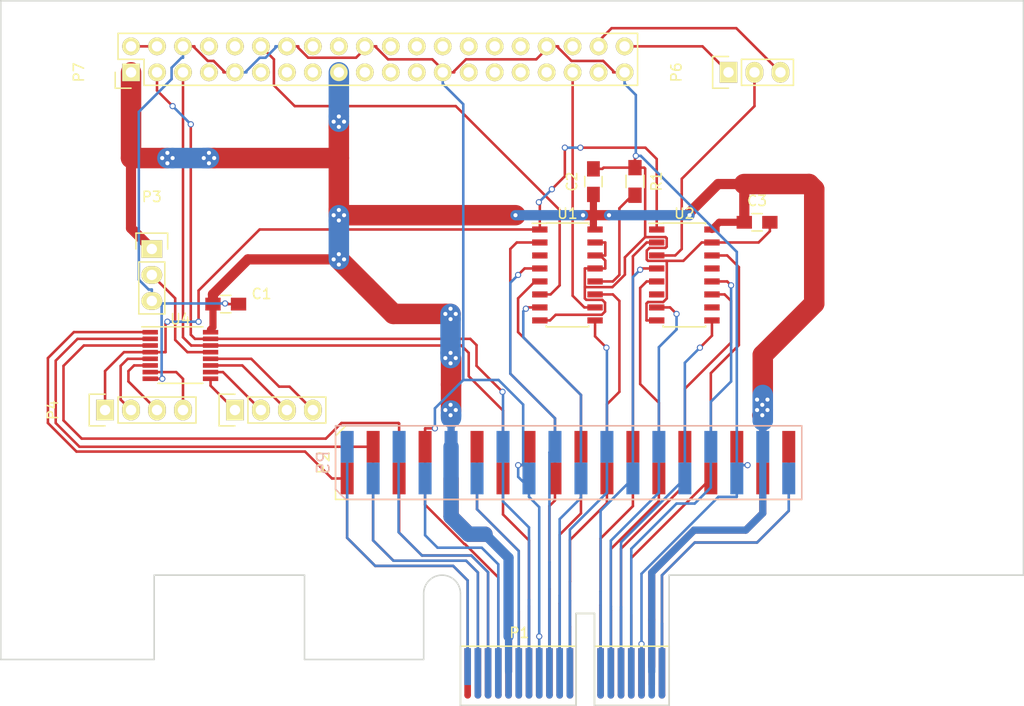
<source format=kicad_pcb>
(kicad_pcb (version 20171130) (host pcbnew "(5.1.12)-1")

  (general
    (thickness 1.6)
    (drawings 23)
    (tracks 721)
    (zones 0)
    (modules 15)
    (nets 73)
  )

  (page A4)
  (layers
    (0 F.Cu signal)
    (31 B.Cu signal)
    (32 B.Adhes user hide)
    (33 F.Adhes user hide)
    (34 B.Paste user hide)
    (35 F.Paste user hide)
    (36 B.SilkS user hide)
    (37 F.SilkS user hide)
    (38 B.Mask user hide)
    (39 F.Mask user hide)
    (40 Dwgs.User user hide)
    (41 Cmts.User user hide)
    (42 Eco1.User user hide)
    (43 Eco2.User user hide)
    (44 Edge.Cuts user)
    (45 Margin user hide)
    (46 B.CrtYd user hide)
    (47 F.CrtYd user hide)
    (48 B.Fab user hide)
    (49 F.Fab user hide)
  )

  (setup
    (last_trace_width 0.25)
    (user_trace_width 0.5)
    (user_trace_width 0.7)
    (user_trace_width 1)
    (user_trace_width 1.5)
    (user_trace_width 2)
    (trace_clearance 0.1)
    (zone_clearance 0.508)
    (zone_45_only no)
    (trace_min 0.2)
    (via_size 0.6)
    (via_drill 0.4)
    (via_min_size 0.4)
    (via_min_drill 0.3)
    (uvia_size 0.3)
    (uvia_drill 0.1)
    (uvias_allowed no)
    (uvia_min_size 0.2)
    (uvia_min_drill 0.1)
    (edge_width 0.15)
    (segment_width 0.2)
    (pcb_text_width 0.3)
    (pcb_text_size 1.5 1.5)
    (mod_edge_width 0.15)
    (mod_text_size 1 1)
    (mod_text_width 0.15)
    (pad_size 1.524 1.524)
    (pad_drill 0.762)
    (pad_to_mask_clearance 0.2)
    (aux_axis_origin 0 0)
    (visible_elements 7FFFFFFF)
    (pcbplotparams
      (layerselection 0x010f0_80000001)
      (usegerberextensions false)
      (usegerberattributes true)
      (usegerberadvancedattributes true)
      (creategerberjobfile true)
      (excludeedgelayer true)
      (linewidth 0.100000)
      (plotframeref false)
      (viasonmask false)
      (mode 1)
      (useauxorigin false)
      (hpglpennumber 1)
      (hpglpenspeed 20)
      (hpglpendiameter 15.000000)
      (psnegative false)
      (psa4output false)
      (plotreference true)
      (plotvalue true)
      (plotinvisibletext false)
      (padsonsilk false)
      (subtractmaskfromsilk false)
      (outputformat 1)
      (mirror false)
      (drillshape 0)
      (scaleselection 1)
      (outputdirectory "../../../AVR_private/Prototype Unit 0/pi_module/"))
  )

  (net 0 "")
  (net 1 "Net-(P1-PadB6)")
  (net 2 "Net-(P1-PadB18)")
  (net 3 "Net-(P1-PadA1)")
  (net 4 "Net-(P1-PadA2)")
  (net 5 "Net-(P1-PadA3)")
  (net 6 "Net-(P1-PadA4)")
  (net 7 "Net-(P1-PadA6)")
  (net 8 "Net-(P1-PadA18)")
  (net 9 +3V3)
  (net 10 GND)
  (net 11 /A0)
  (net 12 /A1)
  (net 13 /A2)
  (net 14 /SCL)
  (net 15 /Mclk_in)
  (net 16 /Sclk_in)
  (net 17 /LRclk_in)
  (net 18 /I2S2_in)
  (net 19 /I2S3_in)
  (net 20 /I2S0_in)
  (net 21 /I2S1_in)
  (net 22 /SDA)
  (net 23 /Mclk_out)
  (net 24 /Sclk_out)
  (net 25 /LRclk_out)
  (net 26 /I2S2_out)
  (net 27 /I2S3_out)
  (net 28 /I2S0_out)
  (net 29 /I2S1_out)
  (net 30 +5V)
  (net 31 "Net-(P7-Pad7)")
  (net 32 "Net-(P7-Pad8)")
  (net 33 "Net-(P7-Pad10)")
  (net 34 "Net-(P7-Pad11)")
  (net 35 "Net-(P7-Pad13)")
  (net 36 "Net-(P7-Pad15)")
  (net 37 "Net-(P7-Pad16)")
  (net 38 "Net-(P7-Pad18)")
  (net 39 "Net-(P7-Pad19)")
  (net 40 "Net-(P7-Pad21)")
  (net 41 "Net-(P7-Pad22)")
  (net 42 "Net-(P7-Pad23)")
  (net 43 "Net-(P7-Pad24)")
  (net 44 "Net-(P7-Pad26)")
  (net 45 /pi_header/ID_SDA)
  (net 46 /pi_header/ID_SCL)
  (net 47 "Net-(P7-Pad29)")
  (net 48 "Net-(P7-Pad30)")
  (net 49 "Net-(P7-Pad31)")
  (net 50 "Net-(P7-Pad32)")
  (net 51 "Net-(P7-Pad33)")
  (net 52 "Net-(P7-Pad36)")
  (net 53 "Net-(P7-Pad37)")
  (net 54 /pi_header/I2S_in_to_pi)
  (net 55 /pi_header/I2S_out_from_pi)
  (net 56 "Net-(P3-Pad2)")
  (net 57 "Net-(P4-Pad1)")
  (net 58 "Net-(P4-Pad2)")
  (net 59 "Net-(P4-Pad3)")
  (net 60 "Net-(P4-Pad4)")
  (net 61 /I2S0_mod)
  (net 62 "Net-(R1-Pad2)")
  (net 63 /Mclk_mod)
  (net 64 /Sclk_mod)
  (net 65 /LRclk_mod)
  (net 66 /I2S1_mod)
  (net 67 /I2S2_mod)
  (net 68 /I2S3_mod)
  (net 69 "Net-(P8-Pad1)")
  (net 70 "Net-(P8-Pad2)")
  (net 71 "Net-(P8-Pad3)")
  (net 72 "Net-(P8-Pad4)")

  (net_class Default "This is the default net class."
    (clearance 0.1)
    (trace_width 0.25)
    (via_dia 0.6)
    (via_drill 0.4)
    (uvia_dia 0.3)
    (uvia_drill 0.1)
    (add_net /A0)
    (add_net /A1)
    (add_net /A2)
    (add_net /I2S0_in)
    (add_net /I2S0_mod)
    (add_net /I2S0_out)
    (add_net /I2S1_in)
    (add_net /I2S1_mod)
    (add_net /I2S1_out)
    (add_net /I2S2_in)
    (add_net /I2S2_mod)
    (add_net /I2S2_out)
    (add_net /I2S3_in)
    (add_net /I2S3_mod)
    (add_net /I2S3_out)
    (add_net /LRclk_in)
    (add_net /LRclk_mod)
    (add_net /LRclk_out)
    (add_net /Mclk_in)
    (add_net /Mclk_mod)
    (add_net /Mclk_out)
    (add_net /SCL)
    (add_net /SDA)
    (add_net /Sclk_in)
    (add_net /Sclk_mod)
    (add_net /Sclk_out)
    (add_net /pi_header/I2S_in_to_pi)
    (add_net /pi_header/I2S_out_from_pi)
    (add_net /pi_header/ID_SCL)
    (add_net /pi_header/ID_SDA)
    (add_net "Net-(P1-PadA1)")
    (add_net "Net-(P1-PadA18)")
    (add_net "Net-(P1-PadA2)")
    (add_net "Net-(P1-PadA3)")
    (add_net "Net-(P1-PadA4)")
    (add_net "Net-(P1-PadA6)")
    (add_net "Net-(P1-PadB18)")
    (add_net "Net-(P1-PadB6)")
    (add_net "Net-(P3-Pad2)")
    (add_net "Net-(P4-Pad1)")
    (add_net "Net-(P4-Pad2)")
    (add_net "Net-(P4-Pad3)")
    (add_net "Net-(P4-Pad4)")
    (add_net "Net-(P7-Pad10)")
    (add_net "Net-(P7-Pad11)")
    (add_net "Net-(P7-Pad13)")
    (add_net "Net-(P7-Pad15)")
    (add_net "Net-(P7-Pad16)")
    (add_net "Net-(P7-Pad18)")
    (add_net "Net-(P7-Pad19)")
    (add_net "Net-(P7-Pad21)")
    (add_net "Net-(P7-Pad22)")
    (add_net "Net-(P7-Pad23)")
    (add_net "Net-(P7-Pad24)")
    (add_net "Net-(P7-Pad26)")
    (add_net "Net-(P7-Pad29)")
    (add_net "Net-(P7-Pad30)")
    (add_net "Net-(P7-Pad31)")
    (add_net "Net-(P7-Pad32)")
    (add_net "Net-(P7-Pad33)")
    (add_net "Net-(P7-Pad36)")
    (add_net "Net-(P7-Pad37)")
    (add_net "Net-(P7-Pad7)")
    (add_net "Net-(P7-Pad8)")
    (add_net "Net-(P8-Pad1)")
    (add_net "Net-(P8-Pad2)")
    (add_net "Net-(P8-Pad3)")
    (add_net "Net-(P8-Pad4)")
    (add_net "Net-(R1-Pad2)")
  )

  (net_class Power ""
    (clearance 0.1)
    (trace_width 0.25)
    (via_dia 0.6)
    (via_drill 0.4)
    (uvia_dia 0.3)
    (uvia_drill 0.1)
    (add_net +3V3)
    (add_net +5V)
    (add_net GND)
  )

  (module headers:smd_1x18_B (layer F.Cu) (tedit 58DB7E9C) (tstamp 58DB80C1)
    (at 108 139)
    (path /58D8FD07)
    (fp_text reference P2 (at -26.465 0 90) (layer F.SilkS)
      (effects (font (size 1.2 1.2) (thickness 0.15)))
    )
    (fp_text value CONN_01X18 (at 0 5.08) (layer F.Fab)
      (effects (font (size 1.2 1.2) (thickness 0.15)))
    )
    (fp_line (start 20.32 -3.6) (end -24.265 -3.6) (layer F.SilkS) (width 0.15))
    (fp_line (start 20.32 3.6) (end 20.32 -3.6) (layer F.SilkS) (width 0.15))
    (fp_line (start -25.265 3.6) (end 20.32 3.6) (layer F.SilkS) (width 0.15))
    (fp_line (start -25.265 -2.6) (end -25.265 3.6) (layer F.SilkS) (width 0.15))
    (fp_line (start -24.265 -3.6) (end -25.265 -2.6) (layer F.SilkS) (width 0.15))
    (pad 1 smd rect (at -24.13 1.55) (size 1.27 3.1) (layers F.Cu F.Paste F.Mask)
      (net 11 /A0))
    (pad 2 smd rect (at -21.59 -1.55) (size 1.27 3.1) (layers F.Cu F.Paste F.Mask)
      (net 12 /A1))
    (pad 3 smd rect (at -19.05 1.55) (size 1.27 3.1) (layers F.Cu F.Paste F.Mask)
      (net 13 /A2))
    (pad 4 smd rect (at -16.51 -1.55) (size 1.27 3.1) (layers F.Cu F.Paste F.Mask)
      (net 10 GND))
    (pad 5 smd rect (at -13.97 1.55) (size 1.27 3.1) (layers F.Cu F.Paste F.Mask)
      (net 9 +3V3))
    (pad 6 smd rect (at -11.43 -1.55) (size 1.27 3.1) (layers F.Cu F.Paste F.Mask)
      (net 1 "Net-(P1-PadB6)"))
    (pad 7 smd rect (at -8.89 1.55) (size 1.27 3.1) (layers F.Cu F.Paste F.Mask)
      (net 14 /SCL))
    (pad 8 smd rect (at -6.35 -1.55) (size 1.27 3.1) (layers F.Cu F.Paste F.Mask)
      (net 10 GND))
    (pad 9 smd rect (at -3.81 1.55) (size 1.27 3.1) (layers F.Cu F.Paste F.Mask)
      (net 15 /Mclk_in))
    (pad 10 smd rect (at -1.27 -1.55) (size 1.27 3.1) (layers F.Cu F.Paste F.Mask)
      (net 16 /Sclk_in))
    (pad 11 smd rect (at 1.27 1.55) (size 1.27 3.1) (layers F.Cu F.Paste F.Mask)
      (net 17 /LRclk_in))
    (pad 12 smd rect (at 3.81 -1.55) (size 1.27 3.1) (layers F.Cu F.Paste F.Mask)
      (net 20 /I2S0_in))
    (pad 13 smd rect (at 6.35 1.55) (size 1.27 3.1) (layers F.Cu F.Paste F.Mask)
      (net 21 /I2S1_in))
    (pad 14 smd rect (at 8.89 -1.55) (size 1.27 3.1) (layers F.Cu F.Paste F.Mask)
      (net 18 /I2S2_in))
    (pad 15 smd rect (at 11.43 1.55) (size 1.27 3.1) (layers F.Cu F.Paste F.Mask)
      (net 19 /I2S3_in))
    (pad 16 smd rect (at 13.97 -1.55) (size 1.27 3.1) (layers F.Cu F.Paste F.Mask)
      (net 10 GND))
    (pad 17 smd rect (at 16.51 1.55) (size 1.27 3.1) (layers F.Cu F.Paste F.Mask)
      (net 9 +3V3))
    (pad 18 smd rect (at 19.05 -1.55) (size 1.27 3.1) (layers F.Cu F.Paste F.Mask)
      (net 2 "Net-(P1-PadB18)"))
  )

  (module Connect:PCI-EXPRESS (layer F.Cu) (tedit 545FBBB8) (tstamp 58B2B300)
    (at 105.15 159.45)
    (path /58B2B7D4)
    (fp_text reference P1 (at -4.445 -3.81) (layer F.SilkS)
      (effects (font (size 1 1) (thickness 0.15)))
    )
    (fp_text value pcie_1x_edge (at 6.985 -3.81) (layer F.Fab)
      (effects (font (size 1 1) (thickness 0.15)))
    )
    (fp_line (start 10.20064 -2.49936) (end 10.20064 3.29946) (layer F.SilkS) (width 0.15))
    (fp_line (start 2.90068 -2.49936) (end 2.90068 3.29946) (layer F.SilkS) (width 0.15))
    (fp_line (start 2.90068 3.29946) (end 10.20064 3.29946) (layer F.SilkS) (width 0.15))
    (fp_line (start 10.20064 -2.49936) (end 2.90068 -2.49936) (layer F.SilkS) (width 0.15))
    (fp_line (start -10.20064 3.29946) (end -10.20064 -2.49936) (layer F.SilkS) (width 0.15))
    (fp_line (start 1.09982 3.29946) (end -10.20064 3.29946) (layer F.SilkS) (width 0.15))
    (fp_line (start 1.09982 -2.49936) (end 1.09982 3.29946) (layer F.SilkS) (width 0.15))
    (fp_line (start -10.20064 -2.49936) (end 1.09982 -2.49936) (layer F.SilkS) (width 0.15))
    (fp_line (start 2.90068 -5.69976) (end 2.90068 -2.49936) (layer F.SilkS) (width 0.15))
    (fp_line (start 1.09982 -5.69976) (end 2.90068 -5.69976) (layer F.SilkS) (width 0.15))
    (fp_line (start 1.09982 -2.49936) (end 1.09982 -5.69976) (layer F.SilkS) (width 0.15))
    (pad "" connect circle (at 9.4996 2.30124) (size 0.65024 0.65024) (layers F.Cu F.Mask))
    (pad B1 connect rect (at -9.4996 0) (size 0.65024 4.59994) (layers F.Cu F.Mask)
      (net 11 /A0))
    (pad B2 connect rect (at -8.49884 0) (size 0.65024 4.59994) (layers F.Cu F.Mask)
      (net 12 /A1))
    (pad B3 connect rect (at -7.50062 0) (size 0.65024 4.59994) (layers F.Cu F.Mask)
      (net 13 /A2))
    (pad B4 connect rect (at -6.49986 0) (size 0.65024 4.59994) (layers F.Cu F.Mask)
      (net 10 GND))
    (pad B5 connect rect (at -5.4991 0) (size 0.65024 4.59994) (layers F.Cu F.Mask)
      (net 9 +3V3))
    (pad B6 connect rect (at -4.50088 0) (size 0.65024 4.59994) (layers F.Cu F.Mask)
      (net 1 "Net-(P1-PadB6)"))
    (pad B7 connect rect (at -3.50012 0) (size 0.65024 4.59994) (layers F.Cu F.Mask)
      (net 14 /SCL))
    (pad B8 connect rect (at -2.49936 0) (size 0.65024 4.59994) (layers F.Cu F.Mask)
      (net 10 GND))
    (pad B9 connect rect (at -1.50114 0) (size 0.65024 4.59994) (layers F.Cu F.Mask)
      (net 15 /Mclk_in))
    (pad B10 connect rect (at -0.50038 0) (size 0.65024 4.59994) (layers F.Cu F.Mask)
      (net 16 /Sclk_in))
    (pad B11 connect rect (at 0.50038 0) (size 0.65024 4.59994) (layers F.Cu F.Mask)
      (net 17 /LRclk_in))
    (pad B14 connect rect (at 5.4991 0) (size 0.65024 4.59994) (layers F.Cu F.Mask)
      (net 18 /I2S2_in))
    (pad B15 connect rect (at 6.49986 0) (size 0.65024 4.59994) (layers F.Cu F.Mask)
      (net 19 /I2S3_in))
    (pad B16 connect rect (at 7.50062 0) (size 0.65024 4.59994) (layers F.Cu F.Mask)
      (net 10 GND))
    (pad B17 connect rect (at 8.49884 -0.50038) (size 0.65024 3.59918) (layers F.Cu F.Mask)
      (net 9 +3V3))
    (pad B18 connect rect (at 9.4996 0) (size 0.65024 4.59994) (layers F.Cu F.Mask)
      (net 2 "Net-(P1-PadB18)"))
    (pad B12 connect rect (at 3.50012 0) (size 0.65024 4.59994) (layers F.Cu F.Mask)
      (net 20 /I2S0_in))
    (pad B13 connect rect (at 4.50088 0) (size 0.65024 4.59994) (layers F.Cu F.Mask)
      (net 21 /I2S1_in))
    (pad A1 connect rect (at -9.4996 -0.50038) (size 0.65024 3.59918) (layers B.Cu B.Mask)
      (net 3 "Net-(P1-PadA1)"))
    (pad A2 connect rect (at -8.49884 0) (size 0.65024 4.59994) (layers B.Cu B.Mask)
      (net 4 "Net-(P1-PadA2)"))
    (pad A3 connect rect (at -7.50062 0) (size 0.65024 4.59994) (layers B.Cu B.Mask)
      (net 5 "Net-(P1-PadA3)"))
    (pad A4 connect rect (at -6.49986 0) (size 0.65024 4.59994) (layers B.Cu B.Mask)
      (net 6 "Net-(P1-PadA4)"))
    (pad A5 connect rect (at -5.4991 0) (size 0.65024 4.59994) (layers B.Cu B.Mask)
      (net 9 +3V3))
    (pad A6 connect rect (at -4.50088 0) (size 0.65024 4.59994) (layers B.Cu B.Mask)
      (net 7 "Net-(P1-PadA6)"))
    (pad A7 connect rect (at -3.50012 0) (size 0.65024 4.59994) (layers B.Cu B.Mask)
      (net 22 /SDA))
    (pad A8 connect rect (at -2.49936 0) (size 0.65024 4.59994) (layers B.Cu B.Mask)
      (net 10 GND))
    (pad A9 connect rect (at -1.50114 0) (size 0.65024 4.59994) (layers B.Cu B.Mask)
      (net 23 /Mclk_out))
    (pad A10 connect rect (at -0.50038 0) (size 0.65024 4.59994) (layers B.Cu B.Mask)
      (net 24 /Sclk_out))
    (pad A11 connect rect (at 0.50038 0) (size 0.65024 4.59994) (layers B.Cu B.Mask)
      (net 25 /LRclk_out))
    (pad A14 connect rect (at 5.4991 0) (size 0.65024 4.59994) (layers B.Cu B.Mask)
      (net 26 /I2S2_out))
    (pad A15 connect rect (at 6.49986 0) (size 0.65024 4.59994) (layers B.Cu B.Mask)
      (net 27 /I2S3_out))
    (pad A16 connect rect (at 7.50062 0) (size 0.65024 4.59994) (layers B.Cu B.Mask)
      (net 10 GND))
    (pad A17 connect rect (at 8.49884 0) (size 0.65024 4.59994) (layers B.Cu B.Mask)
      (net 9 +3V3))
    (pad A18 connect rect (at 9.4996 0) (size 0.65024 4.59994) (layers B.Cu B.Mask)
      (net 8 "Net-(P1-PadA18)"))
    (pad A12 connect rect (at 3.50012 0) (size 0.65024 4.59994) (layers B.Cu B.Mask)
      (net 28 /I2S0_out))
    (pad A13 connect rect (at 4.50088 0) (size 0.65024 4.59994) (layers B.Cu B.Mask)
      (net 29 /I2S1_out))
    (pad "" connect circle (at -7.50062 2.30124) (size 0.65024 0.65024) (layers F.Cu F.Mask))
    (pad "" connect circle (at -6.49986 2.30124) (size 0.65024 0.65024) (layers F.Cu F.Mask))
    (pad "" connect circle (at -5.4991 2.30124) (size 0.65024 0.65024) (layers F.Cu F.Mask))
    (pad "" connect circle (at -4.50088 2.30124) (size 0.65024 0.65024) (layers F.Cu F.Mask))
    (pad "" connect circle (at -3.50012 2.30124) (size 0.65024 0.65024) (layers F.Cu F.Mask))
    (pad "" connect circle (at -2.49936 2.30124) (size 0.65024 0.65024) (layers F.Cu F.Mask))
    (pad "" connect circle (at -1.50114 2.30124) (size 0.65024 0.65024) (layers F.Cu F.Mask))
    (pad "" connect circle (at -0.50038 2.30124) (size 0.65024 0.65024) (layers F.Cu F.Mask))
    (pad "" connect circle (at 0.50038 2.30124) (size 0.65024 0.65024) (layers F.Cu F.Mask))
    (pad "" connect circle (at -9.4996 2.30124) (size 0.65024 0.65024) (layers F.Cu F.Mask))
    (pad "" connect circle (at 3.50012 2.30124) (size 0.65024 0.65024) (layers F.Cu F.Mask))
    (pad "" connect circle (at 4.50088 2.30124) (size 0.65024 0.65024) (layers F.Cu F.Mask))
    (pad "" connect circle (at 5.4991 2.30124) (size 0.65024 0.65024) (layers F.Cu F.Mask))
    (pad "" connect circle (at 6.49986 2.30124) (size 0.65024 0.65024) (layers F.Cu F.Mask))
    (pad "" connect circle (at 7.50062 2.30124) (size 0.65024 0.65024) (layers F.Cu F.Mask))
    (pad "" connect circle (at -8.49884 2.30124) (size 0.65024 0.65024) (layers F.Cu F.Mask))
    (pad "" connect oval (at -6.49986 2.30124 90) (size 0.65024 0.65024) (layers B.Cu B.Mask))
    (pad "" connect oval (at -5.4991 2.30124 90) (size 0.65024 0.65024) (layers B.Cu B.Mask))
    (pad "" connect oval (at -4.50088 2.30124 90) (size 0.65024 0.65024) (layers B.Cu B.Mask))
    (pad "" connect oval (at -3.50012 2.30124 90) (size 0.65024 0.65024) (layers B.Cu B.Mask))
    (pad "" connect oval (at -2.49936 2.30124 90) (size 0.65024 0.65024) (layers B.Cu B.Mask))
    (pad "" connect oval (at -1.50114 2.30124 90) (size 0.65024 0.65024) (layers B.Cu B.Mask))
    (pad "" connect oval (at -0.50038 2.30124 90) (size 0.65024 0.65024) (layers B.Cu B.Mask))
    (pad "" connect oval (at 5.4991 2.30124 90) (size 0.65024 0.65024) (layers B.Cu B.Mask))
    (pad "" connect oval (at 6.49986 2.30124 90) (size 0.65024 0.65024) (layers B.Cu B.Mask))
    (pad "" connect oval (at -7.50062 2.30124 90) (size 0.65024 0.65024) (layers B.Cu B.Mask))
    (pad "" connect oval (at 4.50088 2.30124 90) (size 0.65024 0.65024) (layers B.Cu B.Mask))
    (pad "" connect oval (at 7.50062 2.30124 90) (size 0.65024 0.65024) (layers B.Cu B.Mask))
    (pad "" connect oval (at 0.50038 2.30124 90) (size 0.65024 0.65024) (layers B.Cu B.Mask))
    (pad "" connect oval (at 3.50012 2.30124 90) (size 0.65024 0.65024) (layers B.Cu B.Mask))
    (pad "" connect oval (at 8.49884 2.30124 90) (size 0.65024 0.65024) (layers B.Cu B.Mask))
    (pad "" connect oval (at 9.4996 2.30124 90) (size 0.65024 0.65024) (layers B.Cu B.Mask))
    (pad "" connect oval (at -8.49884 2.30124 90) (size 0.65024 0.65024) (layers B.Cu B.Mask))
  )

  (module Capacitors_SMD:C_0805_HandSoldering (layer F.Cu) (tedit 541A9B8D) (tstamp 58D74C22)
    (at 72 123.5)
    (descr "Capacitor SMD 0805, hand soldering")
    (tags "capacitor 0805")
    (path /58D749EF)
    (attr smd)
    (fp_text reference C1 (at 3.5 -1) (layer F.SilkS)
      (effects (font (size 1 1) (thickness 0.15)))
    )
    (fp_text value 0.1uF (at 5.5 0.5) (layer F.Fab)
      (effects (font (size 1 1) (thickness 0.15)))
    )
    (fp_line (start -0.5 0.85) (end 0.5 0.85) (layer F.SilkS) (width 0.15))
    (fp_line (start 0.5 -0.85) (end -0.5 -0.85) (layer F.SilkS) (width 0.15))
    (fp_line (start 2.3 -1) (end 2.3 1) (layer F.CrtYd) (width 0.05))
    (fp_line (start -2.3 -1) (end -2.3 1) (layer F.CrtYd) (width 0.05))
    (fp_line (start -2.3 1) (end 2.3 1) (layer F.CrtYd) (width 0.05))
    (fp_line (start -2.3 -1) (end 2.3 -1) (layer F.CrtYd) (width 0.05))
    (pad 1 smd rect (at -1.25 0) (size 1.5 1.25) (layers F.Cu F.Paste F.Mask)
      (net 9 +3V3))
    (pad 2 smd rect (at 1.25 0) (size 1.5 1.25) (layers F.Cu F.Paste F.Mask)
      (net 10 GND))
    (model Capacitors_SMD.3dshapes/C_0805_HandSoldering.wrl
      (at (xyz 0 0 0))
      (scale (xyz 1 1 1))
      (rotate (xyz 0 0 0))
    )
  )

  (module Capacitors_SMD:C_0805_HandSoldering (layer F.Cu) (tedit 541A9B8D) (tstamp 58D8D7BE)
    (at 107.95 111.526 90)
    (descr "Capacitor SMD 0805, hand soldering")
    (tags "capacitor 0805")
    (path /58D7639A)
    (attr smd)
    (fp_text reference C2 (at 0 -2.1 90) (layer F.SilkS)
      (effects (font (size 1 1) (thickness 0.15)))
    )
    (fp_text value 0.1uF (at 5.354 0 90) (layer F.Fab)
      (effects (font (size 1 1) (thickness 0.15)))
    )
    (fp_line (start -0.5 0.85) (end 0.5 0.85) (layer F.SilkS) (width 0.15))
    (fp_line (start 0.5 -0.85) (end -0.5 -0.85) (layer F.SilkS) (width 0.15))
    (fp_line (start 2.3 -1) (end 2.3 1) (layer F.CrtYd) (width 0.05))
    (fp_line (start -2.3 -1) (end -2.3 1) (layer F.CrtYd) (width 0.05))
    (fp_line (start -2.3 1) (end 2.3 1) (layer F.CrtYd) (width 0.05))
    (fp_line (start -2.3 -1) (end 2.3 -1) (layer F.CrtYd) (width 0.05))
    (pad 1 smd rect (at -1.25 0 90) (size 1.5 1.25) (layers F.Cu F.Paste F.Mask)
      (net 9 +3V3))
    (pad 2 smd rect (at 1.25 0 90) (size 1.5 1.25) (layers F.Cu F.Paste F.Mask)
      (net 10 GND))
    (model Capacitors_SMD.3dshapes/C_0805_HandSoldering.wrl
      (at (xyz 0 0 0))
      (scale (xyz 1 1 1))
      (rotate (xyz 0 0 0))
    )
  )

  (module Capacitors_SMD:C_0805_HandSoldering (layer F.Cu) (tedit 541A9B8D) (tstamp 58D8D7C4)
    (at 123.952 115.5)
    (descr "Capacitor SMD 0805, hand soldering")
    (tags "capacitor 0805")
    (path /58D7664B)
    (attr smd)
    (fp_text reference C3 (at 0 -2.1) (layer F.SilkS)
      (effects (font (size 1 1) (thickness 0.15)))
    )
    (fp_text value 0.1uF (at 0 2.1) (layer F.Fab)
      (effects (font (size 1 1) (thickness 0.15)))
    )
    (fp_line (start -0.5 0.85) (end 0.5 0.85) (layer F.SilkS) (width 0.15))
    (fp_line (start 0.5 -0.85) (end -0.5 -0.85) (layer F.SilkS) (width 0.15))
    (fp_line (start 2.3 -1) (end 2.3 1) (layer F.CrtYd) (width 0.05))
    (fp_line (start -2.3 -1) (end -2.3 1) (layer F.CrtYd) (width 0.05))
    (fp_line (start -2.3 1) (end 2.3 1) (layer F.CrtYd) (width 0.05))
    (fp_line (start -2.3 -1) (end 2.3 -1) (layer F.CrtYd) (width 0.05))
    (pad 1 smd rect (at -1.25 0) (size 1.5 1.25) (layers F.Cu F.Paste F.Mask)
      (net 9 +3V3))
    (pad 2 smd rect (at 1.25 0) (size 1.5 1.25) (layers F.Cu F.Paste F.Mask)
      (net 10 GND))
    (model Capacitors_SMD.3dshapes/C_0805_HandSoldering.wrl
      (at (xyz 0 0 0))
      (scale (xyz 1 1 1))
      (rotate (xyz 0 0 0))
    )
  )

  (module Pin_Headers:Pin_Header_Straight_1x03 (layer F.Cu) (tedit 0) (tstamp 58D8D891)
    (at 64.77 118.11)
    (descr "Through hole pin header")
    (tags "pin header")
    (path /58D9126A)
    (fp_text reference P3 (at 0 -5.1) (layer F.SilkS)
      (effects (font (size 1 1) (thickness 0.15)))
    )
    (fp_text value CONN_01X03 (at 0 -3.1) (layer F.Fab)
      (effects (font (size 1 1) (thickness 0.15)))
    )
    (fp_line (start -1.55 -1.55) (end 1.55 -1.55) (layer F.SilkS) (width 0.15))
    (fp_line (start -1.55 0) (end -1.55 -1.55) (layer F.SilkS) (width 0.15))
    (fp_line (start 1.27 1.27) (end -1.27 1.27) (layer F.SilkS) (width 0.15))
    (fp_line (start 1.55 -1.55) (end 1.55 0) (layer F.SilkS) (width 0.15))
    (fp_line (start 1.27 6.35) (end 1.27 1.27) (layer F.SilkS) (width 0.15))
    (fp_line (start -1.27 6.35) (end 1.27 6.35) (layer F.SilkS) (width 0.15))
    (fp_line (start -1.27 1.27) (end -1.27 6.35) (layer F.SilkS) (width 0.15))
    (fp_line (start -1.75 6.85) (end 1.75 6.85) (layer F.CrtYd) (width 0.05))
    (fp_line (start -1.75 -1.75) (end 1.75 -1.75) (layer F.CrtYd) (width 0.05))
    (fp_line (start 1.75 -1.75) (end 1.75 6.85) (layer F.CrtYd) (width 0.05))
    (fp_line (start -1.75 -1.75) (end -1.75 6.85) (layer F.CrtYd) (width 0.05))
    (pad 1 thru_hole rect (at 0 0) (size 2.032 1.7272) (drill 1.016) (layers *.Cu *.Mask F.SilkS)
      (net 9 +3V3))
    (pad 2 thru_hole oval (at 0 2.54) (size 2.032 1.7272) (drill 1.016) (layers *.Cu *.Mask F.SilkS)
      (net 56 "Net-(P3-Pad2)"))
    (pad 3 thru_hole oval (at 0 5.08) (size 2.032 1.7272) (drill 1.016) (layers *.Cu *.Mask F.SilkS)
      (net 10 GND))
    (model Pin_Headers.3dshapes/Pin_Header_Straight_1x03.wrl
      (offset (xyz 0 -2.539999961853027 0))
      (scale (xyz 1 1 1))
      (rotate (xyz 0 0 90))
    )
  )

  (module Pin_Headers:Pin_Header_Straight_1x03 (layer F.Cu) (tedit 0) (tstamp 58D8D8BA)
    (at 121.158 100.838 90)
    (descr "Through hole pin header")
    (tags "pin header")
    (path /58D8E160)
    (fp_text reference P6 (at 0 -5.1 90) (layer F.SilkS)
      (effects (font (size 1 1) (thickness 0.15)))
    )
    (fp_text value CONN_01X03 (at 0 -3.1 90) (layer F.Fab)
      (effects (font (size 1 1) (thickness 0.15)))
    )
    (fp_line (start -1.55 -1.55) (end 1.55 -1.55) (layer F.SilkS) (width 0.15))
    (fp_line (start -1.55 0) (end -1.55 -1.55) (layer F.SilkS) (width 0.15))
    (fp_line (start 1.27 1.27) (end -1.27 1.27) (layer F.SilkS) (width 0.15))
    (fp_line (start 1.55 -1.55) (end 1.55 0) (layer F.SilkS) (width 0.15))
    (fp_line (start 1.27 6.35) (end 1.27 1.27) (layer F.SilkS) (width 0.15))
    (fp_line (start -1.27 6.35) (end 1.27 6.35) (layer F.SilkS) (width 0.15))
    (fp_line (start -1.27 1.27) (end -1.27 6.35) (layer F.SilkS) (width 0.15))
    (fp_line (start -1.75 6.85) (end 1.75 6.85) (layer F.CrtYd) (width 0.05))
    (fp_line (start -1.75 -1.75) (end 1.75 -1.75) (layer F.CrtYd) (width 0.05))
    (fp_line (start 1.75 -1.75) (end 1.75 6.85) (layer F.CrtYd) (width 0.05))
    (fp_line (start -1.75 -1.75) (end -1.75 6.85) (layer F.CrtYd) (width 0.05))
    (pad 1 thru_hole rect (at 0 0 90) (size 2.032 1.7272) (drill 1.016) (layers *.Cu *.Mask F.SilkS)
      (net 55 /pi_header/I2S_out_from_pi))
    (pad 2 thru_hole oval (at 0 2.54 90) (size 2.032 1.7272) (drill 1.016) (layers *.Cu *.Mask F.SilkS)
      (net 61 /I2S0_mod))
    (pad 3 thru_hole oval (at 0 5.08 90) (size 2.032 1.7272) (drill 1.016) (layers *.Cu *.Mask F.SilkS)
      (net 54 /pi_header/I2S_in_to_pi))
    (model Pin_Headers.3dshapes/Pin_Header_Straight_1x03.wrl
      (offset (xyz 0 -2.539999961853027 0))
      (scale (xyz 1 1 1))
      (rotate (xyz 0 0 90))
    )
  )

  (module Resistors_SMD:R_0805_HandSoldering (layer F.Cu) (tedit 54189DEE) (tstamp 58D8D8C0)
    (at 112.014 111.506 270)
    (descr "Resistor SMD 0805, hand soldering")
    (tags "resistor 0805")
    (path /58D928B2)
    (attr smd)
    (fp_text reference R1 (at 0 -2.1 270) (layer F.SilkS)
      (effects (font (size 1 1) (thickness 0.15)))
    )
    (fp_text value 10k (at -3.81 0 270) (layer F.Fab)
      (effects (font (size 1 1) (thickness 0.15)))
    )
    (fp_line (start -0.6 -0.875) (end 0.6 -0.875) (layer F.SilkS) (width 0.15))
    (fp_line (start 0.6 0.875) (end -0.6 0.875) (layer F.SilkS) (width 0.15))
    (fp_line (start 2.4 -1) (end 2.4 1) (layer F.CrtYd) (width 0.05))
    (fp_line (start -2.4 -1) (end -2.4 1) (layer F.CrtYd) (width 0.05))
    (fp_line (start -2.4 1) (end 2.4 1) (layer F.CrtYd) (width 0.05))
    (fp_line (start -2.4 -1) (end 2.4 -1) (layer F.CrtYd) (width 0.05))
    (pad 1 smd rect (at -1.35 0 270) (size 1.5 1.3) (layers F.Cu F.Paste F.Mask)
      (net 10 GND))
    (pad 2 smd rect (at 1.35 0 270) (size 1.5 1.3) (layers F.Cu F.Paste F.Mask)
      (net 62 "Net-(R1-Pad2)"))
    (model Resistors_SMD.3dshapes/R_0805_HandSoldering.wrl
      (at (xyz 0 0 0))
      (scale (xyz 1 1 1))
      (rotate (xyz 0 0 0))
    )
  )

  (module Housings_SOIC:SOIC-16_3.9x9.9mm_Pitch1.27mm (layer F.Cu) (tedit 574D979F) (tstamp 58D8D8D4)
    (at 105.41 120.65)
    (descr "16-Lead Plastic Small Outline (SL) - Narrow, 3.90 mm Body [SOIC] (see Microchip Packaging Specification 00000049BS.pdf)")
    (tags "SOIC 1.27")
    (path /58D75E3E)
    (attr smd)
    (fp_text reference U1 (at 0 -6) (layer F.SilkS)
      (effects (font (size 1 1) (thickness 0.15)))
    )
    (fp_text value 74HCT157 (at 0 6) (layer F.Fab)
      (effects (font (size 1 1) (thickness 0.15)))
    )
    (fp_line (start -2.075 -5.05) (end -3.45 -5.05) (layer F.SilkS) (width 0.15))
    (fp_line (start -2.075 5.075) (end 2.075 5.075) (layer F.SilkS) (width 0.15))
    (fp_line (start -2.075 -5.075) (end 2.075 -5.075) (layer F.SilkS) (width 0.15))
    (fp_line (start -2.075 5.075) (end -2.075 4.97) (layer F.SilkS) (width 0.15))
    (fp_line (start 2.075 5.075) (end 2.075 4.97) (layer F.SilkS) (width 0.15))
    (fp_line (start 2.075 -5.075) (end 2.075 -4.97) (layer F.SilkS) (width 0.15))
    (fp_line (start -2.075 -5.075) (end -2.075 -5.05) (layer F.SilkS) (width 0.15))
    (fp_line (start -3.7 5.25) (end 3.7 5.25) (layer F.CrtYd) (width 0.05))
    (fp_line (start -3.7 -5.25) (end 3.7 -5.25) (layer F.CrtYd) (width 0.05))
    (fp_line (start 3.7 -5.25) (end 3.7 5.25) (layer F.CrtYd) (width 0.05))
    (fp_line (start -3.7 -5.25) (end -3.7 5.25) (layer F.CrtYd) (width 0.05))
    (fp_line (start -1.95 4.95) (end 1.95 4.95) (layer F.Fab) (width 0.15))
    (fp_line (start 1.95 4.95) (end 1.95 -4.95) (layer F.Fab) (width 0.15))
    (fp_line (start 1.95 -4.95) (end -1.95 -4.95) (layer F.Fab) (width 0.15))
    (fp_line (start -1.95 -4.95) (end -1.95 4.95) (layer F.Fab) (width 0.15))
    (fp_circle (center -1.25 -4.25) (end -1.5 -4.25) (layer F.Fab) (width 0.15))
    (pad 1 smd rect (at -2.7 -4.445) (size 1.5 0.6) (layers F.Cu F.Paste F.Mask)
      (net 57 "Net-(P4-Pad1)"))
    (pad 2 smd rect (at -2.7 -3.175) (size 1.5 0.6) (layers F.Cu F.Paste F.Mask)
      (net 15 /Mclk_in))
    (pad 3 smd rect (at -2.7 -1.905) (size 1.5 0.6) (layers F.Cu F.Paste F.Mask)
      (net 63 /Mclk_mod))
    (pad 4 smd rect (at -2.7 -0.635) (size 1.5 0.6) (layers F.Cu F.Paste F.Mask)
      (net 23 /Mclk_out))
    (pad 5 smd rect (at -2.7 0.635) (size 1.5 0.6) (layers F.Cu F.Paste F.Mask)
      (net 16 /Sclk_in))
    (pad 6 smd rect (at -2.7 1.905) (size 1.5 0.6) (layers F.Cu F.Paste F.Mask)
      (net 64 /Sclk_mod))
    (pad 7 smd rect (at -2.7 3.175) (size 1.5 0.6) (layers F.Cu F.Paste F.Mask)
      (net 24 /Sclk_out))
    (pad 8 smd rect (at -2.7 4.445) (size 1.5 0.6) (layers F.Cu F.Paste F.Mask)
      (net 10 GND))
    (pad 9 smd rect (at 2.7 4.445) (size 1.5 0.6) (layers F.Cu F.Paste F.Mask)
      (net 25 /LRclk_out))
    (pad 10 smd rect (at 2.7 3.175) (size 1.5 0.6) (layers F.Cu F.Paste F.Mask)
      (net 65 /LRclk_mod))
    (pad 11 smd rect (at 2.7 1.905) (size 1.5 0.6) (layers F.Cu F.Paste F.Mask)
      (net 17 /LRclk_in))
    (pad 12 smd rect (at 2.7 0.635) (size 1.5 0.6) (layers F.Cu F.Paste F.Mask)
      (net 62 "Net-(R1-Pad2)"))
    (pad 13 smd rect (at 2.7 -0.635) (size 1.5 0.6) (layers F.Cu F.Paste F.Mask)
      (net 10 GND))
    (pad 14 smd rect (at 2.7 -1.905) (size 1.5 0.6) (layers F.Cu F.Paste F.Mask)
      (net 10 GND))
    (pad 15 smd rect (at 2.7 -3.175) (size 1.5 0.6) (layers F.Cu F.Paste F.Mask)
      (net 10 GND))
    (pad 16 smd rect (at 2.7 -4.445) (size 1.5 0.6) (layers F.Cu F.Paste F.Mask)
      (net 9 +3V3))
    (model Housings_SOIC.3dshapes/SOIC-16_3.9x9.9mm_Pitch1.27mm.wrl
      (at (xyz 0 0 0))
      (scale (xyz 1 1 1))
      (rotate (xyz 0 0 0))
    )
  )

  (module Housings_SOIC:SOIC-16_3.9x9.9mm_Pitch1.27mm (layer F.Cu) (tedit 574D979F) (tstamp 58D8D8E8)
    (at 116.84 120.65)
    (descr "16-Lead Plastic Small Outline (SL) - Narrow, 3.90 mm Body [SOIC] (see Microchip Packaging Specification 00000049BS.pdf)")
    (tags "SOIC 1.27")
    (path /58D75FBB)
    (attr smd)
    (fp_text reference U2 (at 0 -6) (layer F.SilkS)
      (effects (font (size 1 1) (thickness 0.15)))
    )
    (fp_text value 74HCT157 (at 0 6) (layer F.Fab)
      (effects (font (size 1 1) (thickness 0.15)))
    )
    (fp_line (start -2.075 -5.05) (end -3.45 -5.05) (layer F.SilkS) (width 0.15))
    (fp_line (start -2.075 5.075) (end 2.075 5.075) (layer F.SilkS) (width 0.15))
    (fp_line (start -2.075 -5.075) (end 2.075 -5.075) (layer F.SilkS) (width 0.15))
    (fp_line (start -2.075 5.075) (end -2.075 4.97) (layer F.SilkS) (width 0.15))
    (fp_line (start 2.075 5.075) (end 2.075 4.97) (layer F.SilkS) (width 0.15))
    (fp_line (start 2.075 -5.075) (end 2.075 -4.97) (layer F.SilkS) (width 0.15))
    (fp_line (start -2.075 -5.075) (end -2.075 -5.05) (layer F.SilkS) (width 0.15))
    (fp_line (start -3.7 5.25) (end 3.7 5.25) (layer F.CrtYd) (width 0.05))
    (fp_line (start -3.7 -5.25) (end 3.7 -5.25) (layer F.CrtYd) (width 0.05))
    (fp_line (start 3.7 -5.25) (end 3.7 5.25) (layer F.CrtYd) (width 0.05))
    (fp_line (start -3.7 -5.25) (end -3.7 5.25) (layer F.CrtYd) (width 0.05))
    (fp_line (start -1.95 4.95) (end 1.95 4.95) (layer F.Fab) (width 0.15))
    (fp_line (start 1.95 4.95) (end 1.95 -4.95) (layer F.Fab) (width 0.15))
    (fp_line (start 1.95 -4.95) (end -1.95 -4.95) (layer F.Fab) (width 0.15))
    (fp_line (start -1.95 -4.95) (end -1.95 4.95) (layer F.Fab) (width 0.15))
    (fp_circle (center -1.25 -4.25) (end -1.5 -4.25) (layer F.Fab) (width 0.15))
    (pad 1 smd rect (at -2.7 -4.445) (size 1.5 0.6) (layers F.Cu F.Paste F.Mask)
      (net 57 "Net-(P4-Pad1)"))
    (pad 2 smd rect (at -2.7 -3.175) (size 1.5 0.6) (layers F.Cu F.Paste F.Mask)
      (net 20 /I2S0_in))
    (pad 3 smd rect (at -2.7 -1.905) (size 1.5 0.6) (layers F.Cu F.Paste F.Mask)
      (net 61 /I2S0_mod))
    (pad 4 smd rect (at -2.7 -0.635) (size 1.5 0.6) (layers F.Cu F.Paste F.Mask)
      (net 28 /I2S0_out))
    (pad 5 smd rect (at -2.7 0.635) (size 1.5 0.6) (layers F.Cu F.Paste F.Mask)
      (net 21 /I2S1_in))
    (pad 6 smd rect (at -2.7 1.905) (size 1.5 0.6) (layers F.Cu F.Paste F.Mask)
      (net 66 /I2S1_mod))
    (pad 7 smd rect (at -2.7 3.175) (size 1.5 0.6) (layers F.Cu F.Paste F.Mask)
      (net 29 /I2S1_out))
    (pad 8 smd rect (at -2.7 4.445) (size 1.5 0.6) (layers F.Cu F.Paste F.Mask)
      (net 10 GND))
    (pad 9 smd rect (at 2.7 4.445) (size 1.5 0.6) (layers F.Cu F.Paste F.Mask)
      (net 26 /I2S2_out))
    (pad 10 smd rect (at 2.7 3.175) (size 1.5 0.6) (layers F.Cu F.Paste F.Mask)
      (net 67 /I2S2_mod))
    (pad 11 smd rect (at 2.7 1.905) (size 1.5 0.6) (layers F.Cu F.Paste F.Mask)
      (net 18 /I2S2_in))
    (pad 12 smd rect (at 2.7 0.635) (size 1.5 0.6) (layers F.Cu F.Paste F.Mask)
      (net 27 /I2S3_out))
    (pad 13 smd rect (at 2.7 -0.635) (size 1.5 0.6) (layers F.Cu F.Paste F.Mask)
      (net 68 /I2S3_mod))
    (pad 14 smd rect (at 2.7 -1.905) (size 1.5 0.6) (layers F.Cu F.Paste F.Mask)
      (net 19 /I2S3_in))
    (pad 15 smd rect (at 2.7 -3.175) (size 1.5 0.6) (layers F.Cu F.Paste F.Mask)
      (net 10 GND))
    (pad 16 smd rect (at 2.7 -4.445) (size 1.5 0.6) (layers F.Cu F.Paste F.Mask)
      (net 9 +3V3))
    (model Housings_SOIC.3dshapes/SOIC-16_3.9x9.9mm_Pitch1.27mm.wrl
      (at (xyz 0 0 0))
      (scale (xyz 1 1 1))
      (rotate (xyz 0 0 0))
    )
  )

  (module Housings_SSOP:TSSOP-16_4.4x5mm_Pitch0.65mm (layer F.Cu) (tedit 54130A77) (tstamp 58D8D8FC)
    (at 67.564 128.524)
    (descr "16-Lead Plastic Thin Shrink Small Outline (ST)-4.4 mm Body [TSSOP] (see Microchip Packaging Specification 00000049BS.pdf)")
    (tags "SSOP 0.65")
    (path /58D74321)
    (attr smd)
    (fp_text reference U4 (at 0 -3.55) (layer F.SilkS)
      (effects (font (size 1 1) (thickness 0.15)))
    )
    (fp_text value PCA9500 (at 0 3.55) (layer F.Fab)
      (effects (font (size 1 1) (thickness 0.15)))
    )
    (fp_line (start -3.775 -2.8) (end 2.2 -2.8) (layer F.SilkS) (width 0.15))
    (fp_line (start -2.2 2.725) (end 2.2 2.725) (layer F.SilkS) (width 0.15))
    (fp_line (start -3.95 2.8) (end 3.95 2.8) (layer F.CrtYd) (width 0.05))
    (fp_line (start -3.95 -2.9) (end 3.95 -2.9) (layer F.CrtYd) (width 0.05))
    (fp_line (start 3.95 -2.9) (end 3.95 2.8) (layer F.CrtYd) (width 0.05))
    (fp_line (start -3.95 -2.9) (end -3.95 2.8) (layer F.CrtYd) (width 0.05))
    (fp_line (start -2.2 -2.5) (end 2.2 -2.5) (layer F.Fab) (width 0.15))
    (fp_line (start 2.2 -2.5) (end 2.2 2.5) (layer F.Fab) (width 0.15))
    (fp_line (start 2.2 2.5) (end -2.2 2.5) (layer F.Fab) (width 0.15))
    (fp_line (start -2.2 2.5) (end -2.2 -2.5) (layer F.Fab) (width 0.15))
    (fp_circle (center -1.75 -2) (end -2 -2) (layer F.Fab) (width 0.15))
    (pad 1 smd rect (at -2.95 -2.275) (size 1.5 0.45) (layers F.Cu F.Paste F.Mask)
      (net 11 /A0))
    (pad 2 smd rect (at -2.95 -1.625) (size 1.5 0.45) (layers F.Cu F.Paste F.Mask)
      (net 12 /A1))
    (pad 3 smd rect (at -2.95 -0.975) (size 1.5 0.45) (layers F.Cu F.Paste F.Mask)
      (net 13 /A2))
    (pad 4 smd rect (at -2.95 -0.325) (size 1.5 0.45) (layers F.Cu F.Paste F.Mask)
      (net 57 "Net-(P4-Pad1)"))
    (pad 5 smd rect (at -2.95 0.325) (size 1.5 0.45) (layers F.Cu F.Paste F.Mask)
      (net 58 "Net-(P4-Pad2)"))
    (pad 6 smd rect (at -2.95 0.975) (size 1.5 0.45) (layers F.Cu F.Paste F.Mask)
      (net 59 "Net-(P4-Pad3)"))
    (pad 7 smd rect (at -2.95 1.625) (size 1.5 0.45) (layers F.Cu F.Paste F.Mask)
      (net 60 "Net-(P4-Pad4)"))
    (pad 8 smd rect (at -2.95 2.275) (size 1.5 0.45) (layers F.Cu F.Paste F.Mask)
      (net 10 GND))
    (pad 9 smd rect (at 2.95 2.275) (size 1.5 0.45) (layers F.Cu F.Paste F.Mask)
      (net 69 "Net-(P8-Pad1)"))
    (pad 10 smd rect (at 2.95 1.625) (size 1.5 0.45) (layers F.Cu F.Paste F.Mask)
      (net 70 "Net-(P8-Pad2)"))
    (pad 11 smd rect (at 2.95 0.975) (size 1.5 0.45) (layers F.Cu F.Paste F.Mask)
      (net 71 "Net-(P8-Pad3)"))
    (pad 12 smd rect (at 2.95 0.325) (size 1.5 0.45) (layers F.Cu F.Paste F.Mask)
      (net 72 "Net-(P8-Pad4)"))
    (pad 13 smd rect (at 2.95 -0.325) (size 1.5 0.45) (layers F.Cu F.Paste F.Mask)
      (net 56 "Net-(P3-Pad2)"))
    (pad 14 smd rect (at 2.95 -0.975) (size 1.5 0.45) (layers F.Cu F.Paste F.Mask)
      (net 14 /SCL))
    (pad 15 smd rect (at 2.95 -1.625) (size 1.5 0.45) (layers F.Cu F.Paste F.Mask)
      (net 22 /SDA))
    (pad 16 smd rect (at 2.95 -2.275) (size 1.5 0.45) (layers F.Cu F.Paste F.Mask)
      (net 9 +3V3))
    (model Housings_SSOP.3dshapes/TSSOP-16_4.4x5mm_Pitch0.65mm.wrl
      (at (xyz 0 0 0))
      (scale (xyz 1 1 1))
      (rotate (xyz 0 0 0))
    )
  )

  (module Pin_Headers:Pin_Header_Straight_2x20 (layer F.Cu) (tedit 0) (tstamp 58D8DA3E)
    (at 62.738 100.838 90)
    (descr "Through hole pin header")
    (tags "pin header")
    (path /58D8CCBA/58D8CF84)
    (fp_text reference P7 (at 0 -5.1 90) (layer F.SilkS)
      (effects (font (size 1 1) (thickness 0.15)))
    )
    (fp_text value CONN_02X20 (at 0 -3.1 90) (layer F.Fab)
      (effects (font (size 1 1) (thickness 0.15)))
    )
    (fp_line (start -1.55 -1.55) (end -1.55 0) (layer F.SilkS) (width 0.15))
    (fp_line (start 1.27 1.27) (end -1.27 1.27) (layer F.SilkS) (width 0.15))
    (fp_line (start 1.27 -1.27) (end 1.27 1.27) (layer F.SilkS) (width 0.15))
    (fp_line (start 0 -1.55) (end -1.55 -1.55) (layer F.SilkS) (width 0.15))
    (fp_line (start 3.81 -1.27) (end 1.27 -1.27) (layer F.SilkS) (width 0.15))
    (fp_line (start 3.81 49.53) (end -1.27 49.53) (layer F.SilkS) (width 0.15))
    (fp_line (start -1.27 1.27) (end -1.27 49.53) (layer F.SilkS) (width 0.15))
    (fp_line (start 3.81 49.53) (end 3.81 -1.27) (layer F.SilkS) (width 0.15))
    (fp_line (start -1.75 50.05) (end 4.3 50.05) (layer F.CrtYd) (width 0.05))
    (fp_line (start -1.75 -1.75) (end 4.3 -1.75) (layer F.CrtYd) (width 0.05))
    (fp_line (start 4.3 -1.75) (end 4.3 50.05) (layer F.CrtYd) (width 0.05))
    (fp_line (start -1.75 -1.75) (end -1.75 50.05) (layer F.CrtYd) (width 0.05))
    (pad 1 thru_hole rect (at 0 0 90) (size 1.7272 1.7272) (drill 1.016) (layers *.Cu *.Mask F.SilkS)
      (net 9 +3V3))
    (pad 2 thru_hole oval (at 2.54 0 90) (size 1.7272 1.7272) (drill 1.016) (layers *.Cu *.Mask F.SilkS)
      (net 30 +5V))
    (pad 3 thru_hole oval (at 0 2.54 90) (size 1.7272 1.7272) (drill 1.016) (layers *.Cu *.Mask F.SilkS)
      (net 22 /SDA))
    (pad 4 thru_hole oval (at 2.54 2.54 90) (size 1.7272 1.7272) (drill 1.016) (layers *.Cu *.Mask F.SilkS)
      (net 30 +5V))
    (pad 5 thru_hole oval (at 0 5.08 90) (size 1.7272 1.7272) (drill 1.016) (layers *.Cu *.Mask F.SilkS)
      (net 14 /SCL))
    (pad 6 thru_hole oval (at 2.54 5.08 90) (size 1.7272 1.7272) (drill 1.016) (layers *.Cu *.Mask F.SilkS)
      (net 10 GND))
    (pad 7 thru_hole oval (at 0 7.62 90) (size 1.7272 1.7272) (drill 1.016) (layers *.Cu *.Mask F.SilkS)
      (net 31 "Net-(P7-Pad7)"))
    (pad 8 thru_hole oval (at 2.54 7.62 90) (size 1.7272 1.7272) (drill 1.016) (layers *.Cu *.Mask F.SilkS)
      (net 32 "Net-(P7-Pad8)"))
    (pad 9 thru_hole oval (at 0 10.16 90) (size 1.7272 1.7272) (drill 1.016) (layers *.Cu *.Mask F.SilkS)
      (net 10 GND))
    (pad 10 thru_hole oval (at 2.54 10.16 90) (size 1.7272 1.7272) (drill 1.016) (layers *.Cu *.Mask F.SilkS)
      (net 33 "Net-(P7-Pad10)"))
    (pad 11 thru_hole oval (at 0 12.7 90) (size 1.7272 1.7272) (drill 1.016) (layers *.Cu *.Mask F.SilkS)
      (net 34 "Net-(P7-Pad11)"))
    (pad 12 thru_hole oval (at 2.54 12.7 90) (size 1.7272 1.7272) (drill 1.016) (layers *.Cu *.Mask F.SilkS)
      (net 64 /Sclk_mod))
    (pad 13 thru_hole oval (at 0 15.24 90) (size 1.7272 1.7272) (drill 1.016) (layers *.Cu *.Mask F.SilkS)
      (net 35 "Net-(P7-Pad13)"))
    (pad 14 thru_hole oval (at 2.54 15.24 90) (size 1.7272 1.7272) (drill 1.016) (layers *.Cu *.Mask F.SilkS)
      (net 10 GND))
    (pad 15 thru_hole oval (at 0 17.78 90) (size 1.7272 1.7272) (drill 1.016) (layers *.Cu *.Mask F.SilkS)
      (net 36 "Net-(P7-Pad15)"))
    (pad 16 thru_hole oval (at 2.54 17.78 90) (size 1.7272 1.7272) (drill 1.016) (layers *.Cu *.Mask F.SilkS)
      (net 37 "Net-(P7-Pad16)"))
    (pad 17 thru_hole oval (at 0 20.32 90) (size 1.7272 1.7272) (drill 1.016) (layers *.Cu *.Mask F.SilkS)
      (net 9 +3V3))
    (pad 18 thru_hole oval (at 2.54 20.32 90) (size 1.7272 1.7272) (drill 1.016) (layers *.Cu *.Mask F.SilkS)
      (net 38 "Net-(P7-Pad18)"))
    (pad 19 thru_hole oval (at 0 22.86 90) (size 1.7272 1.7272) (drill 1.016) (layers *.Cu *.Mask F.SilkS)
      (net 39 "Net-(P7-Pad19)"))
    (pad 20 thru_hole oval (at 2.54 22.86 90) (size 1.7272 1.7272) (drill 1.016) (layers *.Cu *.Mask F.SilkS)
      (net 10 GND))
    (pad 21 thru_hole oval (at 0 25.4 90) (size 1.7272 1.7272) (drill 1.016) (layers *.Cu *.Mask F.SilkS)
      (net 40 "Net-(P7-Pad21)"))
    (pad 22 thru_hole oval (at 2.54 25.4 90) (size 1.7272 1.7272) (drill 1.016) (layers *.Cu *.Mask F.SilkS)
      (net 41 "Net-(P7-Pad22)"))
    (pad 23 thru_hole oval (at 0 27.94 90) (size 1.7272 1.7272) (drill 1.016) (layers *.Cu *.Mask F.SilkS)
      (net 42 "Net-(P7-Pad23)"))
    (pad 24 thru_hole oval (at 2.54 27.94 90) (size 1.7272 1.7272) (drill 1.016) (layers *.Cu *.Mask F.SilkS)
      (net 43 "Net-(P7-Pad24)"))
    (pad 25 thru_hole oval (at 0 30.48 90) (size 1.7272 1.7272) (drill 1.016) (layers *.Cu *.Mask F.SilkS)
      (net 10 GND))
    (pad 26 thru_hole oval (at 2.54 30.48 90) (size 1.7272 1.7272) (drill 1.016) (layers *.Cu *.Mask F.SilkS)
      (net 44 "Net-(P7-Pad26)"))
    (pad 27 thru_hole oval (at 0 33.02 90) (size 1.7272 1.7272) (drill 1.016) (layers *.Cu *.Mask F.SilkS)
      (net 45 /pi_header/ID_SDA))
    (pad 28 thru_hole oval (at 2.54 33.02 90) (size 1.7272 1.7272) (drill 1.016) (layers *.Cu *.Mask F.SilkS)
      (net 46 /pi_header/ID_SCL))
    (pad 29 thru_hole oval (at 0 35.56 90) (size 1.7272 1.7272) (drill 1.016) (layers *.Cu *.Mask F.SilkS)
      (net 47 "Net-(P7-Pad29)"))
    (pad 30 thru_hole oval (at 2.54 35.56 90) (size 1.7272 1.7272) (drill 1.016) (layers *.Cu *.Mask F.SilkS)
      (net 48 "Net-(P7-Pad30)"))
    (pad 31 thru_hole oval (at 0 38.1 90) (size 1.7272 1.7272) (drill 1.016) (layers *.Cu *.Mask F.SilkS)
      (net 49 "Net-(P7-Pad31)"))
    (pad 32 thru_hole oval (at 2.54 38.1 90) (size 1.7272 1.7272) (drill 1.016) (layers *.Cu *.Mask F.SilkS)
      (net 50 "Net-(P7-Pad32)"))
    (pad 33 thru_hole oval (at 0 40.64 90) (size 1.7272 1.7272) (drill 1.016) (layers *.Cu *.Mask F.SilkS)
      (net 51 "Net-(P7-Pad33)"))
    (pad 34 thru_hole oval (at 2.54 40.64 90) (size 1.7272 1.7272) (drill 1.016) (layers *.Cu *.Mask F.SilkS)
      (net 10 GND))
    (pad 35 thru_hole oval (at 0 43.18 90) (size 1.7272 1.7272) (drill 1.016) (layers *.Cu *.Mask F.SilkS)
      (net 65 /LRclk_mod))
    (pad 36 thru_hole oval (at 2.54 43.18 90) (size 1.7272 1.7272) (drill 1.016) (layers *.Cu *.Mask F.SilkS)
      (net 52 "Net-(P7-Pad36)"))
    (pad 37 thru_hole oval (at 0 45.72 90) (size 1.7272 1.7272) (drill 1.016) (layers *.Cu *.Mask F.SilkS)
      (net 53 "Net-(P7-Pad37)"))
    (pad 38 thru_hole oval (at 2.54 45.72 90) (size 1.7272 1.7272) (drill 1.016) (layers *.Cu *.Mask F.SilkS)
      (net 54 /pi_header/I2S_in_to_pi))
    (pad 39 thru_hole oval (at 0 48.26 90) (size 1.7272 1.7272) (drill 1.016) (layers *.Cu *.Mask F.SilkS)
      (net 10 GND))
    (pad 40 thru_hole oval (at 2.54 48.26 90) (size 1.7272 1.7272) (drill 1.016) (layers *.Cu *.Mask F.SilkS)
      (net 55 /pi_header/I2S_out_from_pi))
    (model Pin_Headers.3dshapes/Pin_Header_Straight_2x20.wrl
      (offset (xyz 1.269999980926514 -24.12999963760376 0))
      (scale (xyz 1 1 1))
      (rotate (xyz 0 0 90))
    )
  )

  (module headers:smd_1x18_B (layer B.Cu) (tedit 58DB7E9C) (tstamp 58DB80D6)
    (at 108 139)
    (path /58D8F230)
    (fp_text reference P5 (at -26.465 0 270) (layer B.SilkS)
      (effects (font (size 1.2 1.2) (thickness 0.15)) (justify mirror))
    )
    (fp_text value CONN_01X18 (at 0 -5.08) (layer B.Fab)
      (effects (font (size 1.2 1.2) (thickness 0.15)) (justify mirror))
    )
    (fp_line (start 20.32 3.6) (end -24.265 3.6) (layer B.SilkS) (width 0.15))
    (fp_line (start 20.32 -3.6) (end 20.32 3.6) (layer B.SilkS) (width 0.15))
    (fp_line (start -25.265 -3.6) (end 20.32 -3.6) (layer B.SilkS) (width 0.15))
    (fp_line (start -25.265 2.6) (end -25.265 -3.6) (layer B.SilkS) (width 0.15))
    (fp_line (start -24.265 3.6) (end -25.265 2.6) (layer B.SilkS) (width 0.15))
    (pad 1 smd rect (at -24.13 -1.55) (size 1.27 3.1) (layers B.Cu B.Paste B.Mask)
      (net 3 "Net-(P1-PadA1)"))
    (pad 2 smd rect (at -21.59 1.55) (size 1.27 3.1) (layers B.Cu B.Paste B.Mask)
      (net 4 "Net-(P1-PadA2)"))
    (pad 3 smd rect (at -19.05 -1.55) (size 1.27 3.1) (layers B.Cu B.Paste B.Mask)
      (net 5 "Net-(P1-PadA3)"))
    (pad 4 smd rect (at -16.51 1.55) (size 1.27 3.1) (layers B.Cu B.Paste B.Mask)
      (net 6 "Net-(P1-PadA4)"))
    (pad 5 smd rect (at -13.97 -1.55) (size 1.27 3.1) (layers B.Cu B.Paste B.Mask)
      (net 9 +3V3))
    (pad 6 smd rect (at -11.43 1.55) (size 1.27 3.1) (layers B.Cu B.Paste B.Mask)
      (net 7 "Net-(P1-PadA6)"))
    (pad 7 smd rect (at -8.89 -1.55) (size 1.27 3.1) (layers B.Cu B.Paste B.Mask)
      (net 22 /SDA))
    (pad 8 smd rect (at -6.35 1.55) (size 1.27 3.1) (layers B.Cu B.Paste B.Mask)
      (net 10 GND))
    (pad 9 smd rect (at -3.81 -1.55) (size 1.27 3.1) (layers B.Cu B.Paste B.Mask)
      (net 23 /Mclk_out))
    (pad 10 smd rect (at -1.27 1.55) (size 1.27 3.1) (layers B.Cu B.Paste B.Mask)
      (net 24 /Sclk_out))
    (pad 11 smd rect (at 1.27 -1.55) (size 1.27 3.1) (layers B.Cu B.Paste B.Mask)
      (net 25 /LRclk_out))
    (pad 12 smd rect (at 3.81 1.55) (size 1.27 3.1) (layers B.Cu B.Paste B.Mask)
      (net 28 /I2S0_out))
    (pad 13 smd rect (at 6.35 -1.55) (size 1.27 3.1) (layers B.Cu B.Paste B.Mask)
      (net 29 /I2S1_out))
    (pad 14 smd rect (at 8.89 1.55) (size 1.27 3.1) (layers B.Cu B.Paste B.Mask)
      (net 26 /I2S2_out))
    (pad 15 smd rect (at 11.43 -1.55) (size 1.27 3.1) (layers B.Cu B.Paste B.Mask)
      (net 27 /I2S3_out))
    (pad 16 smd rect (at 13.97 1.55) (size 1.27 3.1) (layers B.Cu B.Paste B.Mask)
      (net 10 GND))
    (pad 17 smd rect (at 16.51 -1.55) (size 1.27 3.1) (layers B.Cu B.Paste B.Mask)
      (net 9 +3V3))
    (pad 18 smd rect (at 19.05 1.55) (size 1.27 3.1) (layers B.Cu B.Paste B.Mask)
      (net 8 "Net-(P1-PadA18)"))
  )

  (module Pin_Headers:Pin_Header_Straight_1x04 (layer F.Cu) (tedit 0) (tstamp 58DF2439)
    (at 60.198 133.858 90)
    (descr "Through hole pin header")
    (tags "pin header")
    (path /58DF2424)
    (fp_text reference P4 (at 0 -5.1 90) (layer F.SilkS)
      (effects (font (size 1 1) (thickness 0.15)))
    )
    (fp_text value CONN_01X04 (at 0 -3.1 90) (layer F.Fab)
      (effects (font (size 1 1) (thickness 0.15)))
    )
    (fp_line (start -1.55 -1.55) (end 1.55 -1.55) (layer F.SilkS) (width 0.15))
    (fp_line (start -1.55 0) (end -1.55 -1.55) (layer F.SilkS) (width 0.15))
    (fp_line (start 1.27 1.27) (end -1.27 1.27) (layer F.SilkS) (width 0.15))
    (fp_line (start -1.27 8.89) (end 1.27 8.89) (layer F.SilkS) (width 0.15))
    (fp_line (start 1.55 -1.55) (end 1.55 0) (layer F.SilkS) (width 0.15))
    (fp_line (start 1.27 1.27) (end 1.27 8.89) (layer F.SilkS) (width 0.15))
    (fp_line (start -1.27 1.27) (end -1.27 8.89) (layer F.SilkS) (width 0.15))
    (fp_line (start -1.75 9.4) (end 1.75 9.4) (layer F.CrtYd) (width 0.05))
    (fp_line (start -1.75 -1.75) (end 1.75 -1.75) (layer F.CrtYd) (width 0.05))
    (fp_line (start 1.75 -1.75) (end 1.75 9.4) (layer F.CrtYd) (width 0.05))
    (fp_line (start -1.75 -1.75) (end -1.75 9.4) (layer F.CrtYd) (width 0.05))
    (pad 1 thru_hole rect (at 0 0 90) (size 2.032 1.7272) (drill 1.016) (layers *.Cu *.Mask F.SilkS)
      (net 57 "Net-(P4-Pad1)"))
    (pad 2 thru_hole oval (at 0 2.54 90) (size 2.032 1.7272) (drill 1.016) (layers *.Cu *.Mask F.SilkS)
      (net 58 "Net-(P4-Pad2)"))
    (pad 3 thru_hole oval (at 0 5.08 90) (size 2.032 1.7272) (drill 1.016) (layers *.Cu *.Mask F.SilkS)
      (net 59 "Net-(P4-Pad3)"))
    (pad 4 thru_hole oval (at 0 7.62 90) (size 2.032 1.7272) (drill 1.016) (layers *.Cu *.Mask F.SilkS)
      (net 60 "Net-(P4-Pad4)"))
    (model Pin_Headers.3dshapes/Pin_Header_Straight_1x04.wrl
      (offset (xyz 0 -3.809999942779541 0))
      (scale (xyz 1 1 1))
      (rotate (xyz 0 0 90))
    )
  )

  (module Pin_Headers:Pin_Header_Straight_1x04 (layer F.Cu) (tedit 0) (tstamp 58DF2441)
    (at 72.898 133.858 90)
    (descr "Through hole pin header")
    (tags "pin header")
    (path /58DF251E)
    (fp_text reference P8 (at 0 -5.1 90) (layer F.SilkS)
      (effects (font (size 1 1) (thickness 0.15)))
    )
    (fp_text value CONN_01X04 (at 0 -3.1 90) (layer F.Fab)
      (effects (font (size 1 1) (thickness 0.15)))
    )
    (fp_line (start -1.55 -1.55) (end 1.55 -1.55) (layer F.SilkS) (width 0.15))
    (fp_line (start -1.55 0) (end -1.55 -1.55) (layer F.SilkS) (width 0.15))
    (fp_line (start 1.27 1.27) (end -1.27 1.27) (layer F.SilkS) (width 0.15))
    (fp_line (start -1.27 8.89) (end 1.27 8.89) (layer F.SilkS) (width 0.15))
    (fp_line (start 1.55 -1.55) (end 1.55 0) (layer F.SilkS) (width 0.15))
    (fp_line (start 1.27 1.27) (end 1.27 8.89) (layer F.SilkS) (width 0.15))
    (fp_line (start -1.27 1.27) (end -1.27 8.89) (layer F.SilkS) (width 0.15))
    (fp_line (start -1.75 9.4) (end 1.75 9.4) (layer F.CrtYd) (width 0.05))
    (fp_line (start -1.75 -1.75) (end 1.75 -1.75) (layer F.CrtYd) (width 0.05))
    (fp_line (start 1.75 -1.75) (end 1.75 9.4) (layer F.CrtYd) (width 0.05))
    (fp_line (start -1.75 -1.75) (end -1.75 9.4) (layer F.CrtYd) (width 0.05))
    (pad 1 thru_hole rect (at 0 0 90) (size 2.032 1.7272) (drill 1.016) (layers *.Cu *.Mask F.SilkS)
      (net 69 "Net-(P8-Pad1)"))
    (pad 2 thru_hole oval (at 0 2.54 90) (size 2.032 1.7272) (drill 1.016) (layers *.Cu *.Mask F.SilkS)
      (net 70 "Net-(P8-Pad2)"))
    (pad 3 thru_hole oval (at 0 5.08 90) (size 2.032 1.7272) (drill 1.016) (layers *.Cu *.Mask F.SilkS)
      (net 71 "Net-(P8-Pad3)"))
    (pad 4 thru_hole oval (at 0 7.62 90) (size 2.032 1.7272) (drill 1.016) (layers *.Cu *.Mask F.SilkS)
      (net 72 "Net-(P8-Pad4)"))
    (model Pin_Headers.3dshapes/Pin_Header_Straight_1x04.wrl
      (offset (xyz 0 -3.809999942779541 0))
      (scale (xyz 1 1 1))
      (rotate (xyz 0 0 90))
    )
  )

  (gr_line (start 150 150) (end 115.35 150) (angle 90) (layer Edge.Cuts) (width 0.15))
  (gr_line (start 50 158.25) (end 50 162.75) (angle 90) (layer Cmts.User) (width 0.2))
  (gr_line (start 65 150) (end 65 158.25) (angle 90) (layer Edge.Cuts) (width 0.15))
  (gr_line (start 79.7 150) (end 65 150) (angle 90) (layer Edge.Cuts) (width 0.15))
  (gr_line (start 79.7 158.25) (end 79.7 150) (angle 90) (layer Edge.Cuts) (width 0.15))
  (gr_line (start 91.35 158.25) (end 79.7 158.25) (angle 90) (layer Edge.Cuts) (width 0.15))
  (gr_line (start 115.35 162.75) (end 115.35 150) (angle 90) (layer Edge.Cuts) (width 0.15))
  (gr_line (start 108.05 162.75) (end 115.35 162.75) (angle 90) (layer Edge.Cuts) (width 0.15))
  (gr_line (start 108.05 153.75) (end 108.05 162.75) (angle 90) (layer Edge.Cuts) (width 0.15))
  (gr_line (start 106.25 153.75) (end 108.05 153.75) (angle 90) (layer Edge.Cuts) (width 0.15))
  (gr_line (start 50 162.75) (end 94.95 162.75) (angle 90) (layer Cmts.User) (width 0.2))
  (gr_line (start 91.35 151.85) (end 91.35 158.25) (angle 90) (layer Edge.Cuts) (width 0.15))
  (gr_line (start 106.25 162.75) (end 106.25 153.75) (angle 90) (layer Edge.Cuts) (width 0.15))
  (gr_line (start 94.95 162.75) (end 106.25 162.75) (angle 90) (layer Edge.Cuts) (width 0.15))
  (gr_line (start 94.95 151.85) (end 94.95 162.75) (angle 90) (layer Edge.Cuts) (width 0.15))
  (gr_line (start 50 158.25) (end 65 158.25) (angle 90) (layer Edge.Cuts) (width 0.15))
  (gr_line (start 107.15 149.6) (end 107.15 150.4) (angle 90) (layer Cmts.User) (width 0.2))
  (gr_line (start 50 93.84) (end 150 93.84) (angle 90) (layer Edge.Cuts) (width 0.15) (tstamp 58B2B68C))
  (gr_line (start 150 150) (end 150 93.84) (angle 90) (layer Edge.Cuts) (width 0.15) (tstamp 58B2B654))
  (gr_line (start 50 158.25) (end 50 93.84) (angle 90) (layer Edge.Cuts) (width 0.15))
  (gr_arc (start 93.15 151.8) (end 91.35 151.85) (angle 180) (layer Edge.Cuts) (width 0.15))
  (gr_circle (center 57.85 153.4) (end 57 153.15) (layer Cmts.User) (width 0.2))
  (gr_text "See p74 in PCIe electromech spec for precise dimensions\n(this version is PCIe low profile, but only 100mm long for cheap PCB, spec allows 167.65)" (at 111 75) (layer Cmts.User)
    (effects (font (size 1.5 1.5) (thickness 0.3)))
  )

  (segment (start 100.649 153.5445) (end 100.6491 153.5446) (width 0.25) (layer F.Cu) (net 1))
  (segment (start 100.6491 153.5446) (end 100.6491 159.45) (width 0.25) (layer F.Cu) (net 1))
  (segment (start 100.649 153.5445) (end 100.649 147.639) (width 0.25) (layer F.Cu) (net 1))
  (segment (start 100.649 147.639) (end 96.57 143.56) (width 0.25) (layer F.Cu) (net 1))
  (segment (start 96.57 143.56) (end 96.57 137.45) (width 0.25) (layer F.Cu) (net 1))
  (segment (start 100.649 159.45) (end 100.649 153.5445) (width 0.25) (layer F.Cu) (net 1))
  (segment (start 114.65 154.734) (end 114.6496 154.7344) (width 0.25) (layer F.Cu) (net 2))
  (segment (start 114.6496 154.7344) (end 114.6496 159.45) (width 0.25) (layer F.Cu) (net 2))
  (segment (start 114.65 154.734) (end 114.65 150.018) (width 0.25) (layer F.Cu) (net 2))
  (segment (start 114.65 150.018) (end 117.856 146.812) (width 0.25) (layer F.Cu) (net 2))
  (segment (start 117.856 146.812) (end 123.952 146.812) (width 0.25) (layer F.Cu) (net 2))
  (segment (start 123.952 146.812) (end 127.05 143.714) (width 0.25) (layer F.Cu) (net 2))
  (segment (start 127.05 143.714) (end 127.05 137.45) (width 0.25) (layer F.Cu) (net 2))
  (segment (start 114.65 159.45) (end 114.65 154.734) (width 0.25) (layer F.Cu) (net 2))
  (segment (start 95.6504 158.95) (end 95.6504 158.9496) (width 0.25) (layer B.Cu) (net 3))
  (segment (start 95.6504 158.9496) (end 95.6504 150.514) (width 0.25) (layer B.Cu) (net 3))
  (segment (start 95.6504 150.514) (end 94.234 149.098) (width 0.25) (layer B.Cu) (net 3))
  (segment (start 94.234 149.098) (end 86.614 149.098) (width 0.25) (layer B.Cu) (net 3))
  (segment (start 86.614 149.098) (end 83.87 146.354) (width 0.25) (layer B.Cu) (net 3))
  (segment (start 83.87 146.354) (end 83.87 137.45) (width 0.25) (layer B.Cu) (net 3))
  (segment (start 96.6512 159.45) (end 96.6512 149.737) (width 0.25) (layer B.Cu) (net 4))
  (segment (start 96.6512 149.737) (end 95.504 148.59) (width 0.25) (layer B.Cu) (net 4))
  (segment (start 95.504 148.59) (end 88.392 148.59) (width 0.25) (layer B.Cu) (net 4))
  (segment (start 88.392 148.59) (end 86.41 146.608) (width 0.25) (layer B.Cu) (net 4))
  (segment (start 86.41 146.608) (end 86.41 140.55) (width 0.25) (layer B.Cu) (net 4))
  (segment (start 97.6494 159.45) (end 97.6494 149.719) (width 0.25) (layer B.Cu) (net 5))
  (segment (start 97.6494 149.719) (end 96.012 148.082) (width 0.25) (layer B.Cu) (net 5))
  (segment (start 96.012 148.082) (end 91.186 148.082) (width 0.25) (layer B.Cu) (net 5))
  (segment (start 91.186 148.082) (end 88.9 145.796) (width 0.25) (layer B.Cu) (net 5))
  (segment (start 88.9 145.796) (end 88.9 137.5) (width 0.25) (layer B.Cu) (net 5))
  (segment (start 88.9 137.5) (end 88.95 137.45) (width 0.25) (layer B.Cu) (net 5))
  (segment (start 98.6501 159.45) (end 98.6501 148.942) (width 0.25) (layer B.Cu) (net 6))
  (segment (start 98.6501 148.942) (end 97.028 147.32) (width 0.25) (layer B.Cu) (net 6))
  (segment (start 97.028 147.32) (end 92.71 147.32) (width 0.25) (layer B.Cu) (net 6))
  (segment (start 92.71 147.32) (end 91.49 146.1) (width 0.25) (layer B.Cu) (net 6))
  (segment (start 91.49 146.1) (end 91.49 140.55) (width 0.25) (layer B.Cu) (net 6))
  (segment (start 100.649 157.6153) (end 100.6491 157.6154) (width 0.25) (layer B.Cu) (net 7))
  (segment (start 100.6491 157.6154) (end 100.6491 159.45) (width 0.25) (layer B.Cu) (net 7))
  (segment (start 100.649 157.6153) (end 100.649 147.639) (width 0.25) (layer B.Cu) (net 7))
  (segment (start 100.649 147.639) (end 96.57 143.56) (width 0.25) (layer B.Cu) (net 7))
  (segment (start 96.57 143.56) (end 96.57 140.55) (width 0.25) (layer B.Cu) (net 7))
  (segment (start 100.649 159.45) (end 100.649 157.6153) (width 0.25) (layer B.Cu) (net 7))
  (segment (start 114.65 154.734) (end 114.6496 154.7344) (width 0.25) (layer B.Cu) (net 8))
  (segment (start 114.6496 154.7344) (end 114.6496 159.45) (width 0.25) (layer B.Cu) (net 8))
  (segment (start 114.65 154.734) (end 114.65 150.018) (width 0.25) (layer B.Cu) (net 8))
  (segment (start 114.65 150.018) (end 117.856 146.812) (width 0.25) (layer B.Cu) (net 8))
  (segment (start 117.856 146.812) (end 123.952 146.812) (width 0.25) (layer B.Cu) (net 8))
  (segment (start 123.952 146.812) (end 127.05 143.714) (width 0.25) (layer B.Cu) (net 8))
  (segment (start 127.05 143.714) (end 127.05 140.55) (width 0.25) (layer B.Cu) (net 8))
  (segment (start 114.65 159.45) (end 114.65 154.734) (width 0.25) (layer B.Cu) (net 8))
  (segment (start 124.51 134.341) (end 124.485 134.341) (width 0.25) (layer B.Cu) (net 9))
  (segment (start 124.485 134.341) (end 124.46 134.366) (width 0.25) (layer B.Cu) (net 9))
  (segment (start 124.51 134.341) (end 124.51 133.808) (width 0.7) (layer B.Cu) (net 9))
  (segment (start 124.51 134.874) (end 124.51 134.341) (width 0.7) (layer B.Cu) (net 9))
  (segment (start 124.51 134.341) (end 124.51 133.808) (width 2) (layer B.Cu) (net 9))
  (segment (start 124.51 134.874) (end 124.51 134.341) (width 2) (layer B.Cu) (net 9))
  (segment (start 124.51 134.341) (end 124.51 133.808) (width 2) (layer B.Cu) (net 9))
  (segment (start 124.51 134.874) (end 124.51 134.341) (width 2) (layer B.Cu) (net 9))
  (segment (start 108.11 116.205) (end 107.95 116.045) (width 0.25) (layer F.Cu) (net 9))
  (segment (start 107.95 116.045) (end 107.95 115.95) (width 0.25) (layer F.Cu) (net 9))
  (segment (start 94.03 134.366) (end 94.03 133.908) (width 0.7) (layer F.Cu) (net 9))
  (segment (start 94.03 140.55) (end 94.03 134.366) (width 0.7) (layer F.Cu) (net 9))
  (segment (start 93.98 134.366) (end 94.03 134.366) (width 0.25) (layer F.Cu) (net 9))
  (segment (start 94.03 131.368) (end 93.98 131.318) (width 0.25) (layer F.Cu) (net 9))
  (segment (start 93.98 131.318) (end 93.98 129.286) (width 0.25) (layer F.Cu) (net 9))
  (segment (start 94.03 131.368) (end 94.03 128.828) (width 2) (layer F.Cu) (net 9))
  (segment (start 94.03 133.908) (end 94.03 131.368) (width 2) (layer F.Cu) (net 9))
  (segment (start 124.968 132.842) (end 124.51 132.842) (width 0.25) (layer B.Cu) (net 9))
  (segment (start 124.51 133.35) (end 124.51 132.842) (width 2) (layer B.Cu) (net 9))
  (segment (start 124.51 133.4) (end 124.51 133.35) (width 2) (layer B.Cu) (net 9))
  (segment (start 124.46 133.35) (end 124.51 133.35) (width 0.25) (layer B.Cu) (net 9))
  (segment (start 123.952 133.858) (end 124.51 133.858) (width 0.25) (layer F.Cu) (net 9))
  (segment (start 124.51 133.858) (end 124.51 133.808) (width 0.7) (layer F.Cu) (net 9))
  (segment (start 124.51 134.316) (end 124.51 133.858) (width 0.7) (layer F.Cu) (net 9))
  (segment (start 124.51 133.858) (end 124.51 134.316) (width 2) (layer F.Cu) (net 9))
  (segment (start 124.51 133.808) (end 124.51 133.858) (width 2) (layer F.Cu) (net 9))
  (segment (start 124.968 133.858) (end 124.51 133.858) (width 0.25) (layer F.Cu) (net 9))
  (segment (start 93.472 133.858) (end 93.98 133.858) (width 0.25) (layer B.Cu) (net 9))
  (segment (start 93.98 133.858) (end 94.03 133.908) (width 0.25) (layer B.Cu) (net 9))
  (segment (start 94.08 133.858) (end 94.03 133.908) (width 0.25) (layer B.Cu) (net 9))
  (segment (start 94.488 133.858) (end 94.08 133.858) (width 0.25) (layer B.Cu) (net 9))
  (segment (start 93.98 133.35) (end 94.08 133.45) (width 0.25) (layer B.Cu) (net 9))
  (segment (start 94.08 133.45) (end 94.08 133.858) (width 0.25) (layer B.Cu) (net 9))
  (segment (start 94.03 134.366) (end 94.03 133.908) (width 2) (layer B.Cu) (net 9))
  (segment (start 94.03 134.62) (end 94.03 134.366) (width 2) (layer B.Cu) (net 9))
  (segment (start 93.98 134.366) (end 94.03 134.366) (width 0.25) (layer B.Cu) (net 9))
  (segment (start 93.472 128.778) (end 93.98 128.778) (width 0.25) (layer F.Cu) (net 9))
  (segment (start 94.488 128.778) (end 94.08 128.778) (width 0.25) (layer F.Cu) (net 9))
  (segment (start 94.08 128.778) (end 94.03 128.828) (width 0.25) (layer F.Cu) (net 9))
  (segment (start 93.98 124.46) (end 94.488 124.46) (width 0.25) (layer B.Cu) (net 9))
  (segment (start 93.98 124.46) (end 93.98 123.952) (width 0.25) (layer B.Cu) (net 9))
  (segment (start 93.98 128.778) (end 93.98 129.286) (width 0.25) (layer B.Cu) (net 9))
  (segment (start 93.98 128.778) (end 93.98 128.27) (width 2) (layer B.Cu) (net 9))
  (segment (start 85.725 121.793) (end 85.217 121.793) (width 0.25) (layer F.Cu) (net 9))
  (segment (start 85.217 121.793) (end 83.058 119.634) (width 0.25) (layer F.Cu) (net 9))
  (segment (start 85.725 121.793) (end 83.058 119.126) (width 2) (layer F.Cu) (net 9))
  (segment (start 93.472 124.46) (end 88.392 124.46) (width 2) (layer F.Cu) (net 9))
  (segment (start 88.392 124.46) (end 85.725 121.793) (width 2) (layer F.Cu) (net 9))
  (segment (start 93.98 124.46) (end 94.488 124.46) (width 0.25) (layer F.Cu) (net 9))
  (segment (start 93.98 124.46) (end 93.472 124.46) (width 2) (layer F.Cu) (net 9))
  (segment (start 83.058 119.634) (end 83.058 119.126) (width 0.25) (layer B.Cu) (net 9))
  (segment (start 69.85 109.22) (end 70.358 109.22) (width 0.25) (layer F.Cu) (net 9))
  (segment (start 70.231 109.22) (end 70.358 109.093) (width 0.25) (layer B.Cu) (net 9))
  (segment (start 70.358 109.093) (end 70.358 108.712) (width 0.25) (layer B.Cu) (net 9))
  (segment (start 70.231 109.22) (end 70.358 109.22) (width 2) (layer B.Cu) (net 9))
  (segment (start 70.104 109.22) (end 70.231 109.22) (width 2) (layer B.Cu) (net 9))
  (segment (start 66.294 108.712) (end 66.294 109.22) (width 0.25) (layer B.Cu) (net 9))
  (segment (start 66.294 109.728) (end 66.294 109.22) (width 0.25) (layer B.Cu) (net 9))
  (segment (start 82.55 105.664) (end 83.058 105.664) (width 0.25) (layer F.Cu) (net 9))
  (segment (start 83.566 105.664) (end 83.058 105.664) (width 0.25) (layer F.Cu) (net 9))
  (segment (start 124.51 132.842) (end 124.51 132.384) (width 2) (layer B.Cu) (net 9))
  (segment (start 123.952 132.842) (end 124.51 132.842) (width 0.25) (layer B.Cu) (net 9))
  (segment (start 83.058 114.808) (end 83.058 114.3) (width 2) (layer F.Cu) (net 9))
  (segment (start 83.566 114.808) (end 83.058 114.808) (width 2) (layer F.Cu) (net 9))
  (segment (start 82.55 114.808) (end 83.058 114.808) (width 0.25) (layer F.Cu) (net 9))
  (segment (start 113.649 154.3505) (end 113.6488 154.3507) (width 0.25) (layer F.Cu) (net 9))
  (segment (start 113.6488 154.3507) (end 113.6488 158.9496) (width 0.25) (layer F.Cu) (net 9))
  (segment (start 113.649 154.3505) (end 113.649 149.751) (width 0.7) (layer F.Cu) (net 9))
  (segment (start 113.649 149.751) (end 117.8 145.6) (width 0.7) (layer F.Cu) (net 9))
  (segment (start 117.8 145.6) (end 122.85 145.6) (width 0.7) (layer F.Cu) (net 9))
  (segment (start 122.85 145.6) (end 124.51 143.94) (width 0.7) (layer F.Cu) (net 9))
  (segment (start 124.51 143.94) (end 124.51 140.55) (width 0.7) (layer F.Cu) (net 9))
  (segment (start 113.649 158.95) (end 113.649 154.3505) (width 0.7) (layer F.Cu) (net 9))
  (segment (start 66.294 109.22) (end 66.802 109.22) (width 0.25) (layer F.Cu) (net 9))
  (segment (start 65.786 109.22) (end 66.294 109.22) (width 2) (layer F.Cu) (net 9))
  (segment (start 83.058 119.126) (end 83.566 119.126) (width 0.25) (layer F.Cu) (net 9))
  (segment (start 82.55 119.126) (end 83.058 119.126) (width 1) (layer F.Cu) (net 9))
  (segment (start 83.058 105.664) (end 83.058 106.172) (width 0.25) (layer B.Cu) (net 9))
  (segment (start 83.058 105.664) (end 83.058 105.156) (width 2) (layer B.Cu) (net 9))
  (segment (start 93.98 124.968) (end 93.98 124.46) (width 2) (layer B.Cu) (net 9))
  (segment (start 113.649 154.6005) (end 113.6488 154.6007) (width 0.25) (layer B.Cu) (net 9))
  (segment (start 113.6488 154.6007) (end 113.6488 159.45) (width 0.25) (layer B.Cu) (net 9))
  (segment (start 113.649 154.6005) (end 113.649 149.751) (width 0.7) (layer B.Cu) (net 9))
  (segment (start 113.649 149.751) (end 117.8 145.6) (width 0.7) (layer B.Cu) (net 9))
  (segment (start 117.8 145.6) (end 122.85 145.6) (width 0.7) (layer B.Cu) (net 9))
  (segment (start 122.85 145.6) (end 124.51 143.94) (width 0.7) (layer B.Cu) (net 9))
  (segment (start 124.51 143.94) (end 124.51 137.45) (width 0.7) (layer B.Cu) (net 9))
  (segment (start 113.649 159.45) (end 113.649 154.6005) (width 0.7) (layer B.Cu) (net 9))
  (segment (start 70.104 109.22) (end 70.358 109.474) (width 0.25) (layer B.Cu) (net 9))
  (segment (start 70.358 109.474) (end 70.358 109.728) (width 0.25) (layer B.Cu) (net 9))
  (segment (start 69.85 109.22) (end 70.104 109.22) (width 2) (layer B.Cu) (net 9))
  (segment (start 83.058 114.808) (end 83.058 114.3) (width 0.25) (layer B.Cu) (net 9))
  (segment (start 83.058 115.316) (end 83.058 114.808) (width 2) (layer B.Cu) (net 9))
  (segment (start 83.058 118.618) (end 83.058 115.316) (width 2) (layer B.Cu) (net 9))
  (segment (start 83.058 119.126) (end 83.058 118.618) (width 2) (layer B.Cu) (net 9))
  (segment (start 66.802 109.22) (end 69.85 109.22) (width 2) (layer B.Cu) (net 9))
  (segment (start 124.51 133.808) (end 124.51 133.4) (width 2) (layer B.Cu) (net 9))
  (segment (start 124.51 133.808) (end 124.51 133.4) (width 2) (layer B.Cu) (net 9))
  (segment (start 93.98 128.27) (end 93.98 124.968) (width 2) (layer B.Cu) (net 9))
  (segment (start 66.294 109.22) (end 66.802 109.22) (width 2) (layer B.Cu) (net 9))
  (segment (start 83.058 105.156) (end 83.058 100.838) (width 2) (layer B.Cu) (net 9))
  (segment (start 70.514 125.986) (end 70.5 126) (width 0.7) (layer F.Cu) (net 9))
  (segment (start 70.75 125.75) (end 70.514 125.986) (width 0.7) (layer F.Cu) (net 9))
  (segment (start 70.514 125.986) (end 70.75 125.75) (width 0.25) (layer F.Cu) (net 9))
  (segment (start 70.514 126.249) (end 70.514 125.986) (width 0.25) (layer F.Cu) (net 9))
  (segment (start 62.738 109.22) (end 65.786 109.22) (width 2) (layer F.Cu) (net 9))
  (segment (start 62.738 100.838) (end 62.738 109.22) (width 2) (layer F.Cu) (net 9))
  (segment (start 83.058 109.22) (end 83.058 106.172) (width 2) (layer F.Cu) (net 9))
  (segment (start 83.058 114.3) (end 83.058 109.22) (width 2) (layer F.Cu) (net 9))
  (segment (start 83.058 106.172) (end 83.058 105.664) (width 2) (layer F.Cu) (net 9))
  (segment (start 100.33 114.808) (end 83.566 114.808) (width 2) (layer F.Cu) (net 9))
  (segment (start 70.866 109.22) (end 83.058 109.22) (width 2) (layer F.Cu) (net 9))
  (segment (start 70.358 109.22) (end 70.866 109.22) (width 2) (layer F.Cu) (net 9))
  (segment (start 70.75 123.5) (end 70.75 122.544) (width 1) (layer F.Cu) (net 9))
  (segment (start 70.75 122.544) (end 74.168 119.126) (width 1) (layer F.Cu) (net 9))
  (segment (start 74.168 119.126) (end 82.55 119.126) (width 1) (layer F.Cu) (net 9))
  (segment (start 124.51 134.316) (end 124.46 134.366) (width 2) (layer F.Cu) (net 9))
  (segment (start 124.51 140.55) (end 124.51 134.316) (width 0.7) (layer F.Cu) (net 9))
  (segment (start 99.6509 159.45) (end 99.6509 148.301) (width 0.7) (layer F.Cu) (net 9))
  (segment (start 99.6509 148.301) (end 97.35 146) (width 0.7) (layer F.Cu) (net 9))
  (segment (start 99.6509 159.45) (end 99.6509 156.001) (width 0.7) (layer B.Cu) (net 9))
  (segment (start 99.6509 156.001) (end 99.6509 148.301) (width 1) (layer B.Cu) (net 9))
  (segment (start 99.6509 148.301) (end 97.35 146) (width 1) (layer B.Cu) (net 9))
  (segment (start 97.35 146) (end 95.75 146) (width 1.5) (layer B.Cu) (net 9))
  (segment (start 95.75 146) (end 94.03 144.28) (width 1.5) (layer B.Cu) (net 9))
  (segment (start 94.03 144.28) (end 94.03 137.45) (width 1.5) (layer B.Cu) (net 9))
  (segment (start 97.35 146) (end 95.75 146) (width 1.5) (layer F.Cu) (net 9))
  (segment (start 95.75 146) (end 94.03 144.28) (width 1.5) (layer F.Cu) (net 9))
  (segment (start 94.03 144.28) (end 94.03 140.55) (width 1.5) (layer F.Cu) (net 9))
  (segment (start 70.75 123.5) (end 70.75 125.75) (width 0.7) (layer F.Cu) (net 9))
  (segment (start 122.702 115.5) (end 120.245 115.5) (width 0.7) (layer F.Cu) (net 9))
  (segment (start 120.245 115.5) (end 119.54 116.205) (width 0.7) (layer F.Cu) (net 9))
  (segment (start 62.738 109.22) (end 62.738 116.078) (width 1) (layer F.Cu) (net 9))
  (segment (start 62.738 116.078) (end 64.77 118.11) (width 1) (layer F.Cu) (net 9))
  (segment (start 124.51 133.808) (end 124.51 128.474) (width 2) (layer F.Cu) (net 9))
  (segment (start 124.51 128.474) (end 129.54 123.444) (width 2) (layer F.Cu) (net 9))
  (segment (start 129.54 123.444) (end 129.54 112.268) (width 2) (layer F.Cu) (net 9))
  (segment (start 129.54 112.268) (end 129.032 111.76) (width 2) (layer F.Cu) (net 9))
  (segment (start 129.032 111.76) (end 122.682 111.76) (width 2) (layer F.Cu) (net 9))
  (segment (start 122.702 115.5) (end 122.702 111.78) (width 1) (layer F.Cu) (net 9))
  (segment (start 122.702 111.78) (end 122.682 111.76) (width 1) (layer F.Cu) (net 9))
  (segment (start 107.95 114.808) (end 109.474 114.808) (width 1) (layer F.Cu) (net 9))
  (segment (start 107.95 112.776) (end 107.95 114.808) (width 0.7) (layer F.Cu) (net 9))
  (segment (start 107.95 114.808) (end 107.95 115.95) (width 0.7) (layer F.Cu) (net 9))
  (segment (start 117.348 114.808) (end 117.348 114.554) (width 1) (layer F.Cu) (net 9))
  (segment (start 117.348 114.554) (end 120.142 111.76) (width 1) (layer F.Cu) (net 9))
  (segment (start 120.142 111.76) (end 122.682 111.76) (width 1) (layer F.Cu) (net 9))
  (segment (start 117.348 114.808) (end 109.474 114.808) (width 1) (layer B.Cu) (net 9))
  (segment (start 107.95 114.808) (end 106.934 114.808) (width 1) (layer F.Cu) (net 9))
  (segment (start 106.934 114.808) (end 100.33 114.808) (width 1) (layer B.Cu) (net 9))
  (segment (start 94.03 128.828) (end 93.98 128.778) (width 0.7) (layer F.Cu) (net 9))
  (segment (start 94.03 137.45) (end 94.03 134.62) (width 0.7) (layer B.Cu) (net 9))
  (segment (start 124.51 137.45) (end 124.51 134.874) (width 0.7) (layer B.Cu) (net 9))
  (via (at 82.55 114.808) (size 0.6) (layers F.Cu B.Cu) (net 9))
  (via (at 83.058 105.156) (size 0.6) (layers F.Cu B.Cu) (net 9))
  (via (at 123.952 132.842) (size 0.6) (layers F.Cu B.Cu) (net 9))
  (via (at 109.474 114.808) (size 0.6) (layers F.Cu B.Cu) (net 9))
  (via (at 117.348 114.808) (size 0.6) (layers F.Cu B.Cu) (net 9))
  (via (at 106.934 114.808) (size 0.6) (layers F.Cu B.Cu) (net 9))
  (via (at 100.33 114.808) (size 0.6) (layers F.Cu B.Cu) (net 9))
  (via (at 83.566 105.664) (size 0.6) (layers F.Cu B.Cu) (net 9))
  (via (at 82.55 105.664) (size 0.6) (layers F.Cu B.Cu) (net 9))
  (via (at 83.058 106.172) (size 0.6) (layers F.Cu B.Cu) (net 9))
  (via (at 83.566 114.808) (size 0.6) (layers F.Cu B.Cu) (net 9))
  (via (at 83.058 115.316) (size 0.6) (layers F.Cu B.Cu) (net 9))
  (via (at 83.058 114.3) (size 0.6) (layers F.Cu B.Cu) (net 9))
  (via (at 65.786 109.22) (size 0.6) (layers F.Cu B.Cu) (net 9))
  (via (at 66.294 109.728) (size 0.6) (layers F.Cu B.Cu) (net 9))
  (via (at 66.802 109.22) (size 0.6) (layers F.Cu B.Cu) (net 9))
  (via (at 66.294 108.712) (size 0.6) (layers F.Cu B.Cu) (net 9))
  (via (at 70.866 109.22) (size 0.6) (layers F.Cu B.Cu) (net 9))
  (via (at 70.358 109.728) (size 0.6) (layers F.Cu B.Cu) (net 9))
  (via (at 69.85 109.22) (size 0.6) (layers F.Cu B.Cu) (net 9))
  (via (at 70.358 108.712) (size 0.6) (layers F.Cu B.Cu) (net 9))
  (via (at 83.058 119.634) (size 0.6) (layers F.Cu B.Cu) (net 9))
  (via (at 83.566 119.126) (size 0.6) (layers F.Cu B.Cu) (net 9))
  (via (at 83.058 118.618) (size 0.6) (layers F.Cu B.Cu) (net 9))
  (via (at 82.55 119.126) (size 0.6) (layers F.Cu B.Cu) (net 9))
  (via (at 93.98 124.968) (size 0.6) (layers F.Cu B.Cu) (net 9))
  (via (at 94.488 124.46) (size 0.6) (layers F.Cu B.Cu) (net 9))
  (via (at 93.98 123.952) (size 0.6) (layers F.Cu B.Cu) (net 9))
  (via (at 93.472 124.46) (size 0.6) (layers F.Cu B.Cu) (net 9))
  (via (at 93.98 129.286) (size 0.6) (layers F.Cu B.Cu) (net 9))
  (via (at 94.488 128.778) (size 0.6) (layers F.Cu B.Cu) (net 9))
  (via (at 93.98 128.27) (size 0.6) (layers F.Cu B.Cu) (net 9))
  (via (at 93.472 128.778) (size 0.6) (layers F.Cu B.Cu) (net 9))
  (via (at 93.98 134.366) (size 0.6) (layers F.Cu B.Cu) (net 9))
  (via (at 94.488 133.858) (size 0.6) (layers F.Cu B.Cu) (net 9))
  (via (at 93.98 133.35) (size 0.6) (layers F.Cu B.Cu) (net 9))
  (via (at 93.472 133.858) (size 0.6) (layers F.Cu B.Cu) (net 9))
  (via (at 124.968 133.858) (size 0.6) (layers F.Cu B.Cu) (net 9))
  (via (at 124.46 134.366) (size 0.6) (layers F.Cu B.Cu) (net 9))
  (via (at 123.952 133.858) (size 0.6) (layers F.Cu B.Cu) (net 9))
  (via (at 124.46 133.35) (size 0.6) (layers F.Cu B.Cu) (net 9))
  (via (at 124.968 132.842) (size 0.6) (layers F.Cu B.Cu) (net 9))
  (segment (start 95.2239 130.9202) (end 92.4502 133.6939) (width 0.25) (layer B.Cu) (net 10))
  (segment (start 92.4502 133.6939) (end 92.4502 135.65) (width 0.25) (layer B.Cu) (net 10))
  (segment (start 100.5923 139.25) (end 100.6171 139.2252) (width 0.25) (layer B.Cu) (net 10))
  (segment (start 100.6171 139.2252) (end 101.0066 139.2252) (width 0.25) (layer B.Cu) (net 10))
  (segment (start 101.0066 139.2252) (end 101.0797 139.1521) (width 0.25) (layer B.Cu) (net 10))
  (segment (start 101.0797 139.1521) (end 101.0797 133.3267) (width 0.25) (layer B.Cu) (net 10))
  (segment (start 101.0797 133.3267) (end 98.6732 130.9202) (width 0.25) (layer B.Cu) (net 10))
  (segment (start 98.6732 130.9202) (end 95.2239 130.9202) (width 0.25) (layer B.Cu) (net 10))
  (segment (start 93.218 101.9516) (end 95.2239 103.9575) (width 0.25) (layer B.Cu) (net 10))
  (segment (start 95.2239 103.9575) (end 95.2239 130.9202) (width 0.25) (layer B.Cu) (net 10))
  (segment (start 91.49 135.65) (end 92.4502 135.65) (width 0.25) (layer F.Cu) (net 10))
  (segment (start 91.49 137.45) (end 91.49 135.65) (width 0.25) (layer F.Cu) (net 10))
  (segment (start 93.218 100.838) (end 93.218 101.9516) (width 0.25) (layer B.Cu) (net 10))
  (segment (start 101.65 139.25) (end 100.5923 139.25) (width 0.25) (layer F.Cu) (net 10))
  (segment (start 101.65 141.45) (end 100.5923 140.3923) (width 0.25) (layer B.Cu) (net 10))
  (segment (start 100.5923 140.3923) (end 100.5923 139.25) (width 0.25) (layer B.Cu) (net 10))
  (segment (start 101.65 137.45) (end 101.65 139.25) (width 0.25) (layer F.Cu) (net 10))
  (segment (start 101.65 141.45) (end 101.65 142.35) (width 0.25) (layer B.Cu) (net 10))
  (segment (start 101.65 140.55) (end 101.65 141.45) (width 0.25) (layer B.Cu) (net 10))
  (segment (start 121.97 139.25) (end 121.97 140.55) (width 0.25) (layer B.Cu) (net 10))
  (segment (start 112.097 109.0058) (end 112.58 109.0058) (width 0.25) (layer B.Cu) (net 10))
  (segment (start 112.58 109.0058) (end 121.97 118.3958) (width 0.25) (layer B.Cu) (net 10))
  (segment (start 121.97 118.3958) (end 121.97 139.25) (width 0.25) (layer B.Cu) (net 10))
  (segment (start 121.97 139.25) (end 123.0244 139.25) (width 0.25) (layer B.Cu) (net 10))
  (segment (start 121.97 139.25) (end 123.0244 139.25) (width 0.25) (layer F.Cu) (net 10))
  (segment (start 121.97 137.45) (end 121.97 139.25) (width 0.25) (layer F.Cu) (net 10))
  (segment (start 102.6506 159.45) (end 102.6506 155.9957) (width 0.25) (layer F.Cu) (net 10))
  (segment (start 102.6506 155.9957) (end 102.6506 143.3506) (width 0.25) (layer B.Cu) (net 10))
  (segment (start 102.6506 143.3506) (end 101.65 142.35) (width 0.25) (layer B.Cu) (net 10))
  (segment (start 102.6506 159.45) (end 102.6506 155.9957) (width 0.25) (layer B.Cu) (net 10))
  (segment (start 112.6506 156.9) (end 112.6506 156.7284) (width 0.25) (layer F.Cu) (net 10))
  (segment (start 112.6506 156.7284) (end 112.6506 149.8694) (width 0.25) (layer B.Cu) (net 10))
  (segment (start 112.6506 149.8694) (end 120.17 142.35) (width 0.25) (layer B.Cu) (net 10))
  (segment (start 120.17 142.35) (end 121.97 142.35) (width 0.25) (layer B.Cu) (net 10))
  (segment (start 112.6506 159.45) (end 112.6506 156.7284) (width 0.25) (layer B.Cu) (net 10))
  (segment (start 112.6506 159.45) (end 112.6506 156.9) (width 0.25) (layer F.Cu) (net 10))
  (segment (start 121.97 140.55) (end 121.97 142.35) (width 0.25) (layer B.Cu) (net 10))
  (segment (start 110.998 101.9516) (end 112.097 103.0506) (width 0.25) (layer B.Cu) (net 10))
  (segment (start 112.097 103.0506) (end 112.097 109.0058) (width 0.25) (layer B.Cu) (net 10))
  (segment (start 65.7312 123.438) (end 71.9313 123.438) (width 0.25) (layer B.Cu) (net 10))
  (segment (start 64.77 123.19) (end 65.018 123.438) (width 0.25) (layer B.Cu) (net 10))
  (segment (start 65.018 123.438) (end 65.7312 123.438) (width 0.25) (layer B.Cu) (net 10))
  (segment (start 65.7312 123.438) (end 65.7312 130.7349) (width 0.25) (layer B.Cu) (net 10))
  (segment (start 65.7312 130.7349) (end 65.7953 130.799) (width 0.25) (layer B.Cu) (net 10))
  (segment (start 72.25 123.5) (end 72.188 123.438) (width 0.25) (layer F.Cu) (net 10))
  (segment (start 72.188 123.438) (end 71.9313 123.438) (width 0.25) (layer F.Cu) (net 10))
  (segment (start 73.25 123.5) (end 72.25 123.5) (width 0.25) (layer F.Cu) (net 10))
  (segment (start 113.0092 116.9498) (end 113.0092 110.2512) (width 0.25) (layer F.Cu) (net 10))
  (segment (start 113.0092 110.2512) (end 112.914 110.156) (width 0.25) (layer F.Cu) (net 10))
  (segment (start 107.11 121.8388) (end 109.8078 121.8388) (width 0.25) (layer F.Cu) (net 10))
  (segment (start 109.8078 121.8388) (end 111.0261 120.6205) (width 0.25) (layer F.Cu) (net 10))
  (segment (start 111.0261 120.6205) (end 111.0261 118.9329) (width 0.25) (layer F.Cu) (net 10))
  (segment (start 111.0261 118.9329) (end 113.0092 116.9498) (width 0.25) (layer F.Cu) (net 10))
  (segment (start 113.0092 116.9498) (end 115.0058 116.9498) (width 0.25) (layer F.Cu) (net 10))
  (segment (start 115.0058 116.9498) (end 115.1152 117.0592) (width 0.25) (layer F.Cu) (net 10))
  (segment (start 115.1152 117.0592) (end 115.1152 117.8826) (width 0.25) (layer F.Cu) (net 10))
  (segment (start 115.1152 117.8826) (end 114.9976 118.0002) (width 0.25) (layer F.Cu) (net 10))
  (segment (start 114.9976 118.0002) (end 113.4385 118.0002) (width 0.25) (layer F.Cu) (net 10))
  (segment (start 113.4385 118.0002) (end 113.1648 118.2739) (width 0.25) (layer F.Cu) (net 10))
  (segment (start 113.1648 118.2739) (end 113.1648 119.1457) (width 0.25) (layer F.Cu) (net 10))
  (segment (start 113.1648 119.1457) (end 113.2893 119.2702) (width 0.25) (layer F.Cu) (net 10))
  (segment (start 113.2893 119.2702) (end 115.1242 119.2702) (width 0.25) (layer F.Cu) (net 10))
  (segment (start 112.014 110.156) (end 112.914 110.156) (width 0.25) (layer F.Cu) (net 10))
  (segment (start 110.998 100.838) (end 110.998 101.9516) (width 0.25) (layer B.Cu) (net 10))
  (segment (start 112.097 109.0058) (end 112.014 109.0888) (width 0.25) (layer F.Cu) (net 10))
  (segment (start 112.014 109.0888) (end 112.014 110.156) (width 0.25) (layer F.Cu) (net 10))
  (segment (start 107.95 110.276) (end 108.825 110.276) (width 0.25) (layer F.Cu) (net 10))
  (segment (start 112.014 110.156) (end 108.945 110.156) (width 0.25) (layer F.Cu) (net 10))
  (segment (start 108.945 110.156) (end 108.825 110.276) (width 0.25) (layer F.Cu) (net 10))
  (segment (start 115.1242 119.2702) (end 116.7448 119.2702) (width 0.25) (layer F.Cu) (net 10))
  (segment (start 116.7448 119.2702) (end 118.54 117.475) (width 0.25) (layer F.Cu) (net 10))
  (segment (start 115.1242 119.2702) (end 115.1242 122.9472) (width 0.25) (layer F.Cu) (net 10))
  (segment (start 115.1242 122.9472) (end 114.7716 123.2998) (width 0.25) (layer F.Cu) (net 10))
  (segment (start 114.7716 123.2998) (end 113.2825 123.2998) (width 0.25) (layer F.Cu) (net 10))
  (segment (start 113.2825 123.2998) (end 113.14 123.4423) (width 0.25) (layer F.Cu) (net 10))
  (segment (start 113.14 123.4423) (end 113.14 125.095) (width 0.25) (layer F.Cu) (net 10))
  (segment (start 107.11 121.8388) (end 107.11 122.9445) (width 0.25) (layer F.Cu) (net 10))
  (segment (start 107.11 122.9445) (end 107.2457 123.0802) (width 0.25) (layer F.Cu) (net 10))
  (segment (start 107.2457 123.0802) (end 108.8115 123.0802) (width 0.25) (layer F.Cu) (net 10))
  (segment (start 108.8115 123.0802) (end 109.0852 123.3539) (width 0.25) (layer F.Cu) (net 10))
  (segment (start 109.0852 123.3539) (end 109.0852 124.2257) (width 0.25) (layer F.Cu) (net 10))
  (segment (start 109.0852 124.2257) (end 108.7659 124.545) (width 0.25) (layer F.Cu) (net 10))
  (segment (start 108.7659 124.545) (end 104.26 124.545) (width 0.25) (layer F.Cu) (net 10))
  (segment (start 104.26 124.545) (end 103.71 125.095) (width 0.25) (layer F.Cu) (net 10))
  (segment (start 107.11 120.015) (end 107.11 121.8388) (width 0.25) (layer F.Cu) (net 10))
  (segment (start 102.71 125.095) (end 103.71 125.095) (width 0.25) (layer F.Cu) (net 10))
  (segment (start 108.11 120.015) (end 107.11 120.015) (width 0.25) (layer F.Cu) (net 10))
  (segment (start 108.61 120.015) (end 108.11 120.015) (width 0.25) (layer F.Cu) (net 10))
  (segment (start 108.61 120.015) (end 109.11 120.015) (width 0.25) (layer F.Cu) (net 10))
  (segment (start 108.61 118.745) (end 109.11 119.245) (width 0.25) (layer F.Cu) (net 10))
  (segment (start 109.11 119.245) (end 109.11 120.015) (width 0.25) (layer F.Cu) (net 10))
  (segment (start 108.61 118.745) (end 109.11 118.745) (width 0.25) (layer F.Cu) (net 10))
  (segment (start 108.11 118.745) (end 108.61 118.745) (width 0.25) (layer F.Cu) (net 10))
  (segment (start 108.11 117.475) (end 109.11 117.475) (width 0.25) (layer F.Cu) (net 10))
  (segment (start 109.11 117.475) (end 109.11 118.745) (width 0.25) (layer F.Cu) (net 10))
  (segment (start 119.54 117.475) (end 118.54 117.475) (width 0.25) (layer F.Cu) (net 10))
  (segment (start 114.14 125.095) (end 113.14 125.095) (width 0.25) (layer F.Cu) (net 10))
  (segment (start 125.202 115.5) (end 125.202 116.375) (width 0.25) (layer F.Cu) (net 10))
  (segment (start 119.54 117.475) (end 124.102 117.475) (width 0.25) (layer F.Cu) (net 10))
  (segment (start 124.102 117.475) (end 125.202 116.375) (width 0.25) (layer F.Cu) (net 10))
  (segment (start 64.614 130.799) (end 65.7953 130.799) (width 0.25) (layer F.Cu) (net 10))
  (segment (start 64.77 123.19) (end 64.77 122.0764) (width 0.25) (layer B.Cu) (net 10))
  (segment (start 67.818 98.298) (end 67.818 99.4116) (width 0.25) (layer B.Cu) (net 10))
  (segment (start 67.818 99.4116) (end 67.6787 99.4116) (width 0.25) (layer B.Cu) (net 10))
  (segment (start 67.6787 99.4116) (end 66.7044 100.3859) (width 0.25) (layer B.Cu) (net 10))
  (segment (start 66.7044 100.3859) (end 66.7044 101.4992) (width 0.25) (layer B.Cu) (net 10))
  (segment (start 66.7044 101.4992) (end 63.5002 104.7034) (width 0.25) (layer B.Cu) (net 10))
  (segment (start 63.5002 104.7034) (end 63.5002 121.1136) (width 0.25) (layer B.Cu) (net 10))
  (segment (start 63.5002 121.1136) (end 64.463 122.0764) (width 0.25) (layer B.Cu) (net 10))
  (segment (start 64.463 122.0764) (end 64.77 122.0764) (width 0.25) (layer B.Cu) (net 10))
  (segment (start 67.818 98.298) (end 68.9316 98.298) (width 0.25) (layer F.Cu) (net 10))
  (segment (start 72.898 100.838) (end 71.7844 100.838) (width 0.25) (layer F.Cu) (net 10))
  (segment (start 71.7844 100.838) (end 71.7844 100.6987) (width 0.25) (layer F.Cu) (net 10))
  (segment (start 71.7844 100.6987) (end 70.8101 99.7244) (width 0.25) (layer F.Cu) (net 10))
  (segment (start 70.8101 99.7244) (end 70.2426 99.7244) (width 0.25) (layer F.Cu) (net 10))
  (segment (start 70.2426 99.7244) (end 68.9316 98.4134) (width 0.25) (layer F.Cu) (net 10))
  (segment (start 68.9316 98.4134) (end 68.9316 98.298) (width 0.25) (layer F.Cu) (net 10))
  (segment (start 72.898 100.838) (end 74.0116 100.838) (width 0.25) (layer B.Cu) (net 10))
  (segment (start 77.978 98.298) (end 76.8644 98.298) (width 0.25) (layer B.Cu) (net 10))
  (segment (start 76.8644 98.298) (end 76.8644 98.4373) (width 0.25) (layer B.Cu) (net 10))
  (segment (start 76.8644 98.4373) (end 75.8901 99.4116) (width 0.25) (layer B.Cu) (net 10))
  (segment (start 75.8901 99.4116) (end 75.3226 99.4116) (width 0.25) (layer B.Cu) (net 10))
  (segment (start 75.3226 99.4116) (end 74.0116 100.7226) (width 0.25) (layer B.Cu) (net 10))
  (segment (start 74.0116 100.7226) (end 74.0116 100.838) (width 0.25) (layer B.Cu) (net 10))
  (segment (start 77.978 98.298) (end 79.0916 98.298) (width 0.25) (layer F.Cu) (net 10))
  (segment (start 85.8495 98.298) (end 84.7384 99.4091) (width 0.25) (layer F.Cu) (net 10))
  (segment (start 84.7384 99.4091) (end 80.059 99.4091) (width 0.25) (layer F.Cu) (net 10))
  (segment (start 80.059 99.4091) (end 79.0916 98.4417) (width 0.25) (layer F.Cu) (net 10))
  (segment (start 79.0916 98.4417) (end 79.0916 98.298) (width 0.25) (layer F.Cu) (net 10))
  (segment (start 86.1548 98.298) (end 86.7116 98.298) (width 0.25) (layer F.Cu) (net 10))
  (segment (start 85.598 98.298) (end 85.8495 98.298) (width 0.25) (layer F.Cu) (net 10))
  (segment (start 86.1548 98.298) (end 85.8495 98.298) (width 0.25) (layer F.Cu) (net 10))
  (segment (start 93.4695 100.838) (end 92.1995 99.568) (width 0.25) (layer F.Cu) (net 10))
  (segment (start 92.1995 99.568) (end 87.8662 99.568) (width 0.25) (layer F.Cu) (net 10))
  (segment (start 87.8662 99.568) (end 86.7116 98.4134) (width 0.25) (layer F.Cu) (net 10))
  (segment (start 86.7116 98.4134) (end 86.7116 98.298) (width 0.25) (layer F.Cu) (net 10))
  (segment (start 93.7748 100.838) (end 94.3316 100.838) (width 0.25) (layer F.Cu) (net 10))
  (segment (start 93.218 100.838) (end 93.4695 100.838) (width 0.25) (layer F.Cu) (net 10))
  (segment (start 93.7748 100.838) (end 93.4695 100.838) (width 0.25) (layer F.Cu) (net 10))
  (segment (start 103.6295 98.298) (end 102.3595 99.568) (width 0.25) (layer F.Cu) (net 10))
  (segment (start 102.3595 99.568) (end 95.4862 99.568) (width 0.25) (layer F.Cu) (net 10))
  (segment (start 95.4862 99.568) (end 94.3316 100.7226) (width 0.25) (layer F.Cu) (net 10))
  (segment (start 94.3316 100.7226) (end 94.3316 100.838) (width 0.25) (layer F.Cu) (net 10))
  (segment (start 103.9348 98.298) (end 104.4916 98.298) (width 0.25) (layer F.Cu) (net 10))
  (segment (start 103.378 98.298) (end 103.6295 98.298) (width 0.25) (layer F.Cu) (net 10))
  (segment (start 103.9348 98.298) (end 103.6295 98.298) (width 0.25) (layer F.Cu) (net 10))
  (segment (start 110.998 100.838) (end 109.8844 100.838) (width 0.25) (layer F.Cu) (net 10))
  (segment (start 109.8844 100.838) (end 109.8844 100.6987) (width 0.25) (layer F.Cu) (net 10))
  (segment (start 109.8844 100.6987) (end 108.9101 99.7244) (width 0.25) (layer F.Cu) (net 10))
  (segment (start 108.9101 99.7244) (end 105.8026 99.7244) (width 0.25) (layer F.Cu) (net 10))
  (segment (start 105.8026 99.7244) (end 104.4916 98.4134) (width 0.25) (layer F.Cu) (net 10))
  (segment (start 104.4916 98.4134) (end 104.4916 98.298) (width 0.25) (layer F.Cu) (net 10))
  (via (at 92.4502 135.65) (size 0.6) (layers F.Cu B.Cu) (net 10))
  (via (at 100.5923 139.25) (size 0.6) (layers F.Cu B.Cu) (net 10))
  (via (at 123.0244 139.25) (size 0.6) (layers F.Cu B.Cu) (net 10))
  (via (at 102.6506 155.9957) (size 0.6) (layers F.Cu B.Cu) (net 10))
  (via (at 112.6506 156.7284) (size 0.6) (layers F.Cu B.Cu) (net 10))
  (via (at 71.9313 123.438) (size 0.6) (layers F.Cu B.Cu) (net 10))
  (via (at 112.097 109.0058) (size 0.6) (layers F.Cu B.Cu) (net 10))
  (via (at 65.7953 130.799) (size 0.6) (layers F.Cu B.Cu) (net 10))
  (segment (start 91.49 143.118872) (end 91.49 137.45) (width 0.25) (layer F.Cu) (net 10))
  (segment (start 95.346137 146.975009) (end 91.49 143.118872) (width 0.25) (layer F.Cu) (net 10))
  (segment (start 95.400423 146.97501) (end 95.346137 146.975009) (width 0.25) (layer F.Cu) (net 10))
  (segment (start 98.65014 150.224727) (end 95.400423 146.97501) (width 0.25) (layer F.Cu) (net 10))
  (segment (start 98.65014 159.45) (end 98.65014 150.224727) (width 0.25) (layer F.Cu) (net 10))
  (segment (start 95.6504 159.45) (end 95.6504 150.514) (width 0.25) (layer F.Cu) (net 11))
  (segment (start 95.6504 150.514) (end 94.234 149.098) (width 0.25) (layer F.Cu) (net 11))
  (segment (start 94.234 149.098) (end 86.614 149.098) (width 0.25) (layer F.Cu) (net 11))
  (segment (start 86.614 149.098) (end 83.87 146.354) (width 0.25) (layer F.Cu) (net 11))
  (segment (start 83.87 146.354) (end 83.87 140.55) (width 0.25) (layer F.Cu) (net 11))
  (segment (start 83.87 140.55) (end 82.384 140.55) (width 0.25) (layer F.Cu) (net 11))
  (segment (start 82.384 140.55) (end 79.756 137.922) (width 0.25) (layer F.Cu) (net 11))
  (segment (start 79.756 137.922) (end 57.404 137.922) (width 0.25) (layer F.Cu) (net 11))
  (segment (start 57.404 137.922) (end 54.61 135.128) (width 0.25) (layer F.Cu) (net 11))
  (segment (start 54.61 135.128) (end 54.61 128.778) (width 0.25) (layer F.Cu) (net 11))
  (segment (start 54.61 128.778) (end 57.15 126.238) (width 0.25) (layer F.Cu) (net 11))
  (segment (start 57.15 126.238) (end 64.603 126.238) (width 0.25) (layer F.Cu) (net 11))
  (segment (start 64.603 126.238) (end 64.614 126.249) (width 0.25) (layer F.Cu) (net 11))
  (segment (start 96.6512 159.45) (end 96.6512 149.737) (width 0.25) (layer F.Cu) (net 12))
  (segment (start 96.6512 149.737) (end 95.504 148.59) (width 0.25) (layer F.Cu) (net 12))
  (segment (start 95.504 148.59) (end 88.392 148.59) (width 0.25) (layer F.Cu) (net 12))
  (segment (start 88.392 148.59) (end 86.41 146.608) (width 0.25) (layer F.Cu) (net 12))
  (segment (start 86.41 146.608) (end 86.41 137.45) (width 0.25) (layer F.Cu) (net 12))
  (segment (start 86.41 137.45) (end 57.694 137.45) (width 0.25) (layer F.Cu) (net 12))
  (segment (start 57.694 137.45) (end 55.372 135.128) (width 0.25) (layer F.Cu) (net 12))
  (segment (start 55.372 135.128) (end 55.372 129.032) (width 0.25) (layer F.Cu) (net 12))
  (segment (start 55.372 129.032) (end 57.505 126.899) (width 0.25) (layer F.Cu) (net 12))
  (segment (start 57.505 126.899) (end 64.614 126.899) (width 0.25) (layer F.Cu) (net 12))
  (segment (start 97.6494 159.45) (end 97.6494 149.719) (width 0.25) (layer F.Cu) (net 13))
  (segment (start 97.6494 149.719) (end 96.012 148.082) (width 0.25) (layer F.Cu) (net 13))
  (segment (start 96.012 148.082) (end 91.186 148.082) (width 0.25) (layer F.Cu) (net 13))
  (segment (start 91.186 148.082) (end 88.95 145.846) (width 0.25) (layer F.Cu) (net 13))
  (segment (start 88.95 145.846) (end 88.95 140.55) (width 0.25) (layer F.Cu) (net 13))
  (segment (start 88.95 140.55) (end 88.95 135.178) (width 0.25) (layer F.Cu) (net 13))
  (segment (start 88.95 135.178) (end 88.9 135.128) (width 0.25) (layer F.Cu) (net 13))
  (segment (start 88.9 135.128) (end 83.312 135.128) (width 0.25) (layer F.Cu) (net 13))
  (segment (start 83.312 135.128) (end 81.788 136.652) (width 0.25) (layer F.Cu) (net 13))
  (segment (start 81.788 136.652) (end 57.912 136.652) (width 0.25) (layer F.Cu) (net 13))
  (segment (start 57.912 136.652) (end 56.134 134.874) (width 0.25) (layer F.Cu) (net 13))
  (segment (start 56.134 134.874) (end 56.134 129.54) (width 0.25) (layer F.Cu) (net 13))
  (segment (start 56.134 129.54) (end 58.125 127.549) (width 0.25) (layer F.Cu) (net 13))
  (segment (start 58.125 127.549) (end 64.614 127.549) (width 0.25) (layer F.Cu) (net 13))
  (segment (start 101.65 153.029) (end 101.6499 153.0291) (width 0.25) (layer F.Cu) (net 14))
  (segment (start 101.6499 153.0291) (end 101.6499 159.45) (width 0.25) (layer F.Cu) (net 14))
  (segment (start 101.65 153.029) (end 101.65 146.608) (width 0.25) (layer F.Cu) (net 14))
  (segment (start 101.65 146.608) (end 99.11 144.068) (width 0.25) (layer F.Cu) (net 14))
  (segment (start 99.11 144.068) (end 99.11 140.55) (width 0.25) (layer F.Cu) (net 14))
  (segment (start 101.65 159.45) (end 101.65 153.029) (width 0.25) (layer F.Cu) (net 14))
  (segment (start 70.514 127.549) (end 68.621 127.549) (width 0.25) (layer F.Cu) (net 14))
  (segment (start 68.621 127.549) (end 67.818 126.746) (width 0.25) (layer F.Cu) (net 14))
  (segment (start 67.818 126.746) (end 67.818 100.838) (width 0.25) (layer F.Cu) (net 14))
  (segment (start 99.11 140.55) (end 99.11 133.908) (width 0.25) (layer F.Cu) (net 14))
  (segment (start 99.11 133.908) (end 95.758 130.556) (width 0.25) (layer F.Cu) (net 14))
  (segment (start 95.758 130.556) (end 95.758 128.27) (width 0.25) (layer F.Cu) (net 14))
  (segment (start 95.758 128.27) (end 95.037 127.549) (width 0.25) (layer F.Cu) (net 14))
  (segment (start 95.037 127.549) (end 70.514 127.549) (width 0.25) (layer F.Cu) (net 14))
  (segment (start 103.649 151.3445) (end 103.6489 151.3446) (width 0.25) (layer F.Cu) (net 15))
  (segment (start 103.6489 151.3446) (end 103.6489 159.45) (width 0.25) (layer F.Cu) (net 15))
  (segment (start 103.649 151.3445) (end 103.649 143.239) (width 0.25) (layer F.Cu) (net 15))
  (segment (start 103.649 143.239) (end 104.19 142.698) (width 0.25) (layer F.Cu) (net 15))
  (segment (start 104.19 142.698) (end 104.19 140.55) (width 0.25) (layer F.Cu) (net 15))
  (segment (start 103.649 159.45) (end 103.649 151.3445) (width 0.25) (layer F.Cu) (net 15))
  (segment (start 102.71 117.475) (end 100.457 117.475) (width 0.25) (layer F.Cu) (net 15))
  (segment (start 100.457 117.475) (end 99.822 118.11) (width 0.25) (layer F.Cu) (net 15))
  (segment (start 99.822 118.11) (end 99.822 130.302) (width 0.25) (layer F.Cu) (net 15))
  (segment (start 99.822 130.302) (end 104.19 134.67) (width 0.25) (layer F.Cu) (net 15))
  (segment (start 104.19 134.67) (end 104.19 140.55) (width 0.25) (layer F.Cu) (net 15))
  (segment (start 104.65 152.749) (end 104.6496 152.7494) (width 0.25) (layer F.Cu) (net 16))
  (segment (start 104.6496 152.7494) (end 104.6496 159.45) (width 0.25) (layer F.Cu) (net 16))
  (segment (start 104.65 152.749) (end 104.65 146.048) (width 0.25) (layer F.Cu) (net 16))
  (segment (start 104.65 146.048) (end 106.73 143.968) (width 0.25) (layer F.Cu) (net 16))
  (segment (start 106.73 143.968) (end 106.73 137.45) (width 0.25) (layer F.Cu) (net 16))
  (segment (start 104.65 159.45) (end 104.65 152.749) (width 0.25) (layer F.Cu) (net 16))
  (segment (start 102.71 121.285) (end 102.235 121.285) (width 0.25) (layer F.Cu) (net 16))
  (segment (start 102.235 121.285) (end 100.584 122.936) (width 0.25) (layer F.Cu) (net 16))
  (segment (start 100.584 122.936) (end 100.584 126.238) (width 0.25) (layer F.Cu) (net 16))
  (segment (start 100.584 126.238) (end 106.73 132.384) (width 0.25) (layer F.Cu) (net 16))
  (segment (start 106.73 132.384) (end 106.73 137.45) (width 0.25) (layer F.Cu) (net 16))
  (segment (start 105.65 155.043) (end 105.6504 155.0434) (width 0.25) (layer F.Cu) (net 17))
  (segment (start 105.6504 155.0434) (end 105.6504 159.45) (width 0.25) (layer F.Cu) (net 17))
  (segment (start 105.65 155.043) (end 105.65 150.636) (width 0.25) (layer F.Cu) (net 17))
  (segment (start 105.65 150.636) (end 105.664 150.622) (width 0.25) (layer F.Cu) (net 17))
  (segment (start 105.664 150.622) (end 105.664 146.558) (width 0.25) (layer F.Cu) (net 17))
  (segment (start 105.664 146.558) (end 109.27 142.952) (width 0.25) (layer F.Cu) (net 17))
  (segment (start 109.27 142.952) (end 109.27 140.55) (width 0.25) (layer F.Cu) (net 17))
  (segment (start 105.65 159.45) (end 105.65 155.043) (width 0.25) (layer F.Cu) (net 17))
  (segment (start 109.22 140.6) (end 109.27 140.55) (width 0.25) (layer F.Cu) (net 17))
  (segment (start 109.27 140.55) (end 109.27 133.3) (width 0.25) (layer F.Cu) (net 17))
  (segment (start 109.27 133.3) (end 110.49 132.08) (width 0.25) (layer F.Cu) (net 17))
  (segment (start 110.49 132.08) (end 110.49 123.19) (width 0.25) (layer F.Cu) (net 17))
  (segment (start 110.49 123.19) (end 109.855 122.555) (width 0.25) (layer F.Cu) (net 17))
  (segment (start 109.855 122.555) (end 108.11 122.555) (width 0.25) (layer F.Cu) (net 17))
  (segment (start 110.649 153.4325) (end 110.6491 153.4326) (width 0.25) (layer F.Cu) (net 18))
  (segment (start 110.6491 153.4326) (end 110.6491 159.45) (width 0.25) (layer F.Cu) (net 18))
  (segment (start 110.649 153.4325) (end 110.649 147.415) (width 0.25) (layer F.Cu) (net 18))
  (segment (start 110.649 147.415) (end 116.89 141.174) (width 0.25) (layer F.Cu) (net 18))
  (segment (start 116.89 141.174) (end 116.89 137.45) (width 0.25) (layer F.Cu) (net 18))
  (segment (start 110.649 159.45) (end 110.649 153.4325) (width 0.25) (layer F.Cu) (net 18))
  (segment (start 119.54 122.555) (end 120.777 122.555) (width 0.25) (layer F.Cu) (net 18))
  (segment (start 120.777 122.555) (end 121.412 123.19) (width 0.25) (layer F.Cu) (net 18))
  (segment (start 121.412 123.19) (end 121.412 127.254) (width 0.25) (layer F.Cu) (net 18))
  (segment (start 121.412 127.254) (end 116.89 131.776) (width 0.25) (layer F.Cu) (net 18))
  (segment (start 116.89 131.776) (end 116.89 137.45) (width 0.25) (layer F.Cu) (net 18))
  (segment (start 111.65 153.89) (end 111.6499 153.8901) (width 0.25) (layer F.Cu) (net 19))
  (segment (start 111.6499 153.8901) (end 111.6499 159.45) (width 0.25) (layer F.Cu) (net 19))
  (segment (start 111.65 153.89) (end 111.65 148.33) (width 0.25) (layer F.Cu) (net 19))
  (segment (start 111.65 148.33) (end 119.43 140.55) (width 0.25) (layer F.Cu) (net 19))
  (segment (start 111.65 159.45) (end 111.65 153.89) (width 0.25) (layer F.Cu) (net 19))
  (segment (start 119.43 140.55) (end 119.43 130.252) (width 0.25) (layer F.Cu) (net 19))
  (segment (start 119.43 130.252) (end 122.174 127.508) (width 0.25) (layer F.Cu) (net 19))
  (segment (start 122.174 127.508) (end 122.174 119.888) (width 0.25) (layer F.Cu) (net 19))
  (segment (start 122.174 119.888) (end 121.031 118.745) (width 0.25) (layer F.Cu) (net 19))
  (segment (start 121.031 118.745) (end 119.54 118.745) (width 0.25) (layer F.Cu) (net 19))
  (segment (start 108.65 152.933) (end 108.6501 152.9331) (width 0.25) (layer F.Cu) (net 20))
  (segment (start 108.6501 152.9331) (end 108.6501 159.45) (width 0.25) (layer F.Cu) (net 20))
  (segment (start 108.65 152.933) (end 108.65 146.416) (width 0.25) (layer F.Cu) (net 20))
  (segment (start 108.65 146.416) (end 111.81 143.256) (width 0.25) (layer F.Cu) (net 20))
  (segment (start 111.81 143.256) (end 111.81 137.45) (width 0.25) (layer F.Cu) (net 20))
  (segment (start 108.65 159.45) (end 108.65 152.933) (width 0.25) (layer F.Cu) (net 20))
  (segment (start 111.81 137.45) (end 111.81 118.822) (width 0.25) (layer F.Cu) (net 20))
  (segment (start 111.81 118.822) (end 113.157 117.475) (width 0.25) (layer F.Cu) (net 20))
  (segment (start 113.157 117.475) (end 114.14 117.475) (width 0.25) (layer F.Cu) (net 20))
  (segment (start 109.651 153.4485) (end 109.6509 153.4486) (width 0.25) (layer F.Cu) (net 21))
  (segment (start 109.6509 153.4486) (end 109.6509 159.45) (width 0.25) (layer F.Cu) (net 21))
  (segment (start 109.651 153.4485) (end 109.651 147.447) (width 0.25) (layer F.Cu) (net 21))
  (segment (start 109.651 147.447) (end 114.35 142.748) (width 0.25) (layer F.Cu) (net 21))
  (segment (start 114.35 142.748) (end 114.35 140.55) (width 0.25) (layer F.Cu) (net 21))
  (segment (start 109.651 159.45) (end 109.651 153.4485) (width 0.25) (layer F.Cu) (net 21))
  (segment (start 114.35 140.55) (end 114.35 133.146) (width 0.25) (layer F.Cu) (net 21))
  (segment (start 114.35 133.146) (end 112.522 131.318) (width 0.25) (layer F.Cu) (net 21))
  (segment (start 112.522 131.318) (end 112.522 121.92) (width 0.25) (layer F.Cu) (net 21))
  (segment (start 112.522 121.92) (end 113.157 121.285) (width 0.25) (layer F.Cu) (net 21))
  (segment (start 113.157 121.285) (end 114.14 121.285) (width 0.25) (layer F.Cu) (net 21))
  (segment (start 101.65 152.394) (end 101.6499 152.3941) (width 0.25) (layer B.Cu) (net 22))
  (segment (start 101.6499 152.3941) (end 101.6499 159.45) (width 0.25) (layer B.Cu) (net 22))
  (segment (start 101.65 152.394) (end 101.65 145.338) (width 0.25) (layer B.Cu) (net 22))
  (segment (start 101.65 145.338) (end 99.11 142.798) (width 0.25) (layer B.Cu) (net 22))
  (segment (start 99.11 142.798) (end 99.11 137.45) (width 0.25) (layer B.Cu) (net 22))
  (segment (start 101.65 159.45) (end 101.65 152.394) (width 0.25) (layer B.Cu) (net 22))
  (segment (start 99.11 137.45) (end 99.11 132.13) (width 0.25) (layer B.Cu) (net 22))
  (segment (start 99.11 132.13) (end 99.06 132.08) (width 0.25) (layer B.Cu) (net 22))
  (segment (start 99.06 132.08) (end 96.52 129.54) (width 0.25) (layer F.Cu) (net 22))
  (segment (start 96.52 129.54) (end 96.52 127.508) (width 0.25) (layer F.Cu) (net 22))
  (segment (start 96.52 127.508) (end 95.911 126.899) (width 0.25) (layer F.Cu) (net 22))
  (segment (start 95.911 126.899) (end 70.514 126.899) (width 0.25) (layer F.Cu) (net 22))
  (segment (start 70.514 126.899) (end 68.987 126.899) (width 0.25) (layer F.Cu) (net 22))
  (segment (start 68.987 126.899) (end 68.58 126.492) (width 0.25) (layer F.Cu) (net 22))
  (segment (start 68.58 126.492) (end 68.58 105.918) (width 0.25) (layer F.Cu) (net 22))
  (segment (start 68.58 105.918) (end 66.802 104.14) (width 0.25) (layer B.Cu) (net 22))
  (segment (start 66.802 104.14) (end 65.278 102.616) (width 0.25) (layer F.Cu) (net 22))
  (segment (start 65.278 102.616) (end 65.278 100.838) (width 0.25) (layer F.Cu) (net 22))
  (via (at 99.06 132.08) (size 0.6) (layers F.Cu B.Cu) (net 22))
  (via (at 68.58 105.918) (size 0.6) (layers F.Cu B.Cu) (net 22))
  (via (at 66.802 104.14) (size 0.6) (layers F.Cu B.Cu) (net 22))
  (segment (start 103.649 148.7205) (end 103.6489 148.7206) (width 0.25) (layer B.Cu) (net 23))
  (segment (start 103.6489 148.7206) (end 103.6489 159.45) (width 0.25) (layer B.Cu) (net 23))
  (segment (start 103.649 148.7205) (end 103.649 137.991) (width 0.25) (layer B.Cu) (net 23))
  (segment (start 103.649 137.991) (end 104.19 137.45) (width 0.25) (layer B.Cu) (net 23))
  (segment (start 103.649 159.45) (end 103.649 148.7205) (width 0.25) (layer B.Cu) (net 23))
  (segment (start 102.71 120.015) (end 101.219 120.015) (width 0.25) (layer F.Cu) (net 23))
  (segment (start 101.219 120.015) (end 100.584 120.65) (width 0.25) (layer F.Cu) (net 23))
  (segment (start 100.584 120.65) (end 99.822 121.412) (width 0.25) (layer B.Cu) (net 23))
  (segment (start 99.822 121.412) (end 99.822 130.302) (width 0.25) (layer B.Cu) (net 23))
  (segment (start 99.822 130.302) (end 104.19 134.67) (width 0.25) (layer B.Cu) (net 23))
  (segment (start 104.19 134.67) (end 104.19 137.45) (width 0.25) (layer B.Cu) (net 23))
  (via (at 100.584 120.65) (size 0.6) (layers F.Cu B.Cu) (net 23))
  (segment (start 104.65 151.987) (end 104.6496 151.9874) (width 0.25) (layer B.Cu) (net 24))
  (segment (start 104.6496 151.9874) (end 104.6496 159.45) (width 0.25) (layer B.Cu) (net 24))
  (segment (start 104.65 151.987) (end 104.65 144.524) (width 0.25) (layer B.Cu) (net 24))
  (segment (start 104.65 144.524) (end 106.73 142.444) (width 0.25) (layer B.Cu) (net 24))
  (segment (start 106.73 142.444) (end 106.73 140.55) (width 0.25) (layer B.Cu) (net 24))
  (segment (start 104.65 159.45) (end 104.65 151.987) (width 0.25) (layer B.Cu) (net 24))
  (segment (start 101.346 123.952) (end 101.092 124.206) (width 0.25) (layer B.Cu) (net 24))
  (segment (start 101.092 124.206) (end 101.092 126.746) (width 0.25) (layer B.Cu) (net 24))
  (segment (start 101.092 126.746) (end 106.73 132.384) (width 0.25) (layer B.Cu) (net 24))
  (segment (start 106.73 132.384) (end 106.73 140.55) (width 0.25) (layer B.Cu) (net 24))
  (segment (start 102.71 123.825) (end 101.473 123.825) (width 0.25) (layer F.Cu) (net 24))
  (segment (start 101.473 123.825) (end 101.346 123.952) (width 0.25) (layer F.Cu) (net 24))
  (via (at 101.346 123.952) (size 0.6) (layers F.Cu B.Cu) (net 24))
  (segment (start 105.65 152.503) (end 105.6504 152.5034) (width 0.25) (layer B.Cu) (net 25))
  (segment (start 105.6504 152.5034) (end 105.6504 159.45) (width 0.25) (layer B.Cu) (net 25))
  (segment (start 105.65 152.503) (end 105.65 145.556) (width 0.25) (layer B.Cu) (net 25))
  (segment (start 105.65 145.556) (end 109.27 141.936) (width 0.25) (layer B.Cu) (net 25))
  (segment (start 109.27 141.936) (end 109.27 137.45) (width 0.25) (layer B.Cu) (net 25))
  (segment (start 105.65 159.45) (end 105.65 152.503) (width 0.25) (layer B.Cu) (net 25))
  (segment (start 108.11 125.095) (end 108.11 126.652) (width 0.25) (layer F.Cu) (net 25))
  (segment (start 108.11 126.652) (end 109.22 127.762) (width 0.25) (layer F.Cu) (net 25))
  (segment (start 109.22 127.762) (end 109.27 127.812) (width 0.25) (layer B.Cu) (net 25))
  (segment (start 109.27 127.812) (end 109.27 137.45) (width 0.25) (layer B.Cu) (net 25))
  (via (at 109.22 127.762) (size 0.6) (layers F.Cu B.Cu) (net 25))
  (segment (start 110.649 153.1205) (end 110.6491 153.1206) (width 0.25) (layer B.Cu) (net 26))
  (segment (start 110.6491 153.1206) (end 110.6491 159.45) (width 0.25) (layer B.Cu) (net 26))
  (segment (start 110.649 153.1205) (end 110.649 146.791) (width 0.25) (layer B.Cu) (net 26))
  (segment (start 110.649 146.791) (end 116.89 140.55) (width 0.25) (layer B.Cu) (net 26))
  (segment (start 110.649 159.45) (end 110.649 153.1205) (width 0.25) (layer B.Cu) (net 26))
  (segment (start 119.54 125.095) (end 119.54 126.586) (width 0.25) (layer F.Cu) (net 26))
  (segment (start 119.54 126.586) (end 118.364 127.762) (width 0.25) (layer F.Cu) (net 26))
  (segment (start 118.364 127.762) (end 116.89 129.236) (width 0.25) (layer B.Cu) (net 26))
  (segment (start 116.89 129.236) (end 116.89 140.55) (width 0.25) (layer B.Cu) (net 26))
  (via (at 118.364 127.762) (size 0.6) (layers F.Cu B.Cu) (net 26))
  (segment (start 111.65 153.44) (end 111.6499 153.4401) (width 0.25) (layer B.Cu) (net 27))
  (segment (start 111.6499 153.4401) (end 111.6499 159.45) (width 0.25) (layer B.Cu) (net 27))
  (segment (start 111.65 153.44) (end 111.65 147.43) (width 0.25) (layer B.Cu) (net 27))
  (segment (start 111.65 147.43) (end 116.078 143.002) (width 0.25) (layer B.Cu) (net 27))
  (segment (start 116.078 143.002) (end 117.856 143.002) (width 0.25) (layer B.Cu) (net 27))
  (segment (start 117.856 143.002) (end 119.43 141.428) (width 0.25) (layer B.Cu) (net 27))
  (segment (start 119.43 141.428) (end 119.43 137.45) (width 0.25) (layer B.Cu) (net 27))
  (segment (start 111.65 159.45) (end 111.65 153.44) (width 0.25) (layer B.Cu) (net 27))
  (segment (start 119.54 121.285) (end 121.031 121.285) (width 0.25) (layer F.Cu) (net 27))
  (segment (start 121.031 121.285) (end 121.412 121.666) (width 0.25) (layer F.Cu) (net 27))
  (segment (start 121.412 121.666) (end 121.412 131.064) (width 0.25) (layer B.Cu) (net 27))
  (segment (start 121.412 131.064) (end 119.43 133.046) (width 0.25) (layer B.Cu) (net 27))
  (segment (start 119.43 133.046) (end 119.43 137.45) (width 0.25) (layer B.Cu) (net 27))
  (via (at 121.412 121.666) (size 0.6) (layers F.Cu B.Cu) (net 27))
  (segment (start 108.65 151.58) (end 108.6501 151.5801) (width 0.25) (layer B.Cu) (net 28))
  (segment (start 108.6501 151.5801) (end 108.6501 159.45) (width 0.25) (layer B.Cu) (net 28))
  (segment (start 108.65 151.58) (end 108.65 143.71) (width 0.25) (layer B.Cu) (net 28))
  (segment (start 108.65 143.71) (end 111.81 140.55) (width 0.25) (layer B.Cu) (net 28))
  (segment (start 108.65 159.45) (end 108.65 151.58) (width 0.25) (layer B.Cu) (net 28))
  (segment (start 114.14 120.015) (end 112.649 120.015) (width 0.25) (layer F.Cu) (net 28))
  (segment (start 112.649 120.015) (end 112.522 120.142) (width 0.25) (layer F.Cu) (net 28))
  (segment (start 112.522 120.142) (end 111.81 120.854) (width 0.25) (layer B.Cu) (net 28))
  (segment (start 111.81 120.854) (end 111.81 140.55) (width 0.25) (layer B.Cu) (net 28))
  (via (at 112.522 120.142) (size 0.6) (layers F.Cu B.Cu) (net 28))
  (segment (start 109.651 153.0425) (end 109.6509 153.0426) (width 0.25) (layer B.Cu) (net 29))
  (segment (start 109.6509 153.0426) (end 109.6509 159.45) (width 0.25) (layer B.Cu) (net 29))
  (segment (start 109.651 153.0425) (end 109.651 146.635) (width 0.25) (layer B.Cu) (net 29))
  (segment (start 109.651 146.635) (end 114.35 141.936) (width 0.25) (layer B.Cu) (net 29))
  (segment (start 114.35 141.936) (end 114.35 137.45) (width 0.25) (layer B.Cu) (net 29))
  (segment (start 109.651 159.45) (end 109.651 153.0425) (width 0.25) (layer B.Cu) (net 29))
  (segment (start 114.14 123.825) (end 115.443 123.825) (width 0.25) (layer F.Cu) (net 29))
  (segment (start 115.443 123.825) (end 116.078 124.46) (width 0.25) (layer F.Cu) (net 29))
  (segment (start 116.078 124.46) (end 116.078 125.984) (width 0.25) (layer B.Cu) (net 29))
  (segment (start 116.078 125.984) (end 114.35 127.712) (width 0.25) (layer B.Cu) (net 29))
  (segment (start 114.35 127.712) (end 114.35 137.45) (width 0.25) (layer B.Cu) (net 29))
  (via (at 116.078 124.46) (size 0.6) (layers F.Cu B.Cu) (net 29))
  (segment (start 65.278 98.298) (end 62.738 98.298) (width 0.25) (layer F.Cu) (net 30))
  (segment (start 108.458 98.298) (end 108.458 97.79) (width 0.25) (layer F.Cu) (net 54))
  (segment (start 108.458 97.79) (end 109.728 96.52) (width 0.25) (layer F.Cu) (net 54))
  (segment (start 109.728 96.52) (end 121.92 96.52) (width 0.25) (layer F.Cu) (net 54))
  (segment (start 121.92 96.52) (end 126.238 100.838) (width 0.25) (layer F.Cu) (net 54))
  (segment (start 110.998 98.298) (end 118.618 98.298) (width 0.25) (layer F.Cu) (net 55))
  (segment (start 118.618 98.298) (end 121.158 100.838) (width 0.25) (layer F.Cu) (net 55))
  (segment (start 70.514 128.199) (end 68.255 128.199) (width 0.25) (layer F.Cu) (net 56))
  (segment (start 68.255 128.199) (end 67.056 127) (width 0.25) (layer F.Cu) (net 56))
  (segment (start 67.056 127) (end 67.056 122.936) (width 0.25) (layer F.Cu) (net 56))
  (segment (start 67.056 122.936) (end 64.77 120.65) (width 0.25) (layer F.Cu) (net 56))
  (segment (start 64.614 128.199) (end 62.047 128.199) (width 0.25) (layer F.Cu) (net 57))
  (segment (start 62.047 128.199) (end 60.198 130.048) (width 0.25) (layer F.Cu) (net 57))
  (segment (start 60.198 130.048) (end 60.198 133.858) (width 0.25) (layer F.Cu) (net 57))
  (segment (start 64.614 128.199) (end 66.111 128.199) (width 0.25) (layer F.Cu) (net 57))
  (segment (start 66.111 128.199) (end 66.111 125.405) (width 0.25) (layer F.Cu) (net 57))
  (segment (start 66.111 125.405) (end 66.294 125.222) (width 0.25) (layer F.Cu) (net 57))
  (segment (start 66.294 125.222) (end 69.342 125.222) (width 0.25) (layer B.Cu) (net 57))
  (segment (start 69.342 125.222) (end 69.342 122.174) (width 0.25) (layer F.Cu) (net 57))
  (segment (start 69.342 122.174) (end 75.311 116.205) (width 0.25) (layer F.Cu) (net 57))
  (segment (start 75.311 116.205) (end 102.71 116.205) (width 0.25) (layer F.Cu) (net 57))
  (segment (start 102.71 116.205) (end 102.71 113.632) (width 0.25) (layer F.Cu) (net 57))
  (segment (start 102.71 113.632) (end 102.616 113.538) (width 0.25) (layer F.Cu) (net 57))
  (segment (start 102.616 113.538) (end 103.886 112.268) (width 0.25) (layer B.Cu) (net 57))
  (segment (start 103.886 112.268) (end 105.156 110.998) (width 0.25) (layer F.Cu) (net 57))
  (segment (start 105.156 110.998) (end 105.156 108.204) (width 0.25) (layer F.Cu) (net 57))
  (segment (start 105.156 108.204) (end 106.68 108.204) (width 0.25) (layer B.Cu) (net 57))
  (segment (start 106.68 108.204) (end 113.03 108.204) (width 0.25) (layer F.Cu) (net 57))
  (segment (start 113.03 108.204) (end 114.14 109.314) (width 0.25) (layer F.Cu) (net 57))
  (segment (start 114.14 109.314) (end 114.14 116.205) (width 0.25) (layer F.Cu) (net 57))
  (via (at 66.294 125.222) (size 0.6) (layers F.Cu B.Cu) (net 57))
  (via (at 69.342 125.222) (size 0.6) (layers F.Cu B.Cu) (net 57))
  (via (at 102.616 113.538) (size 0.6) (layers F.Cu B.Cu) (net 57))
  (via (at 103.886 112.268) (size 0.6) (layers F.Cu B.Cu) (net 57))
  (via (at 105.156 108.204) (size 0.6) (layers F.Cu B.Cu) (net 57))
  (via (at 106.68 108.204) (size 0.6) (layers F.Cu B.Cu) (net 57))
  (segment (start 64.614 128.849) (end 62.413 128.849) (width 0.25) (layer F.Cu) (net 58))
  (segment (start 62.413 128.849) (end 61.722 129.54) (width 0.25) (layer F.Cu) (net 58))
  (segment (start 61.722 129.54) (end 61.722 132.842) (width 0.25) (layer F.Cu) (net 58))
  (segment (start 61.722 132.842) (end 62.738 133.858) (width 0.25) (layer F.Cu) (net 58))
  (segment (start 64.614 129.499) (end 63.033 129.499) (width 0.25) (layer F.Cu) (net 59))
  (segment (start 63.033 129.499) (end 62.484 130.048) (width 0.25) (layer F.Cu) (net 59))
  (segment (start 62.484 130.048) (end 62.484 131.064) (width 0.25) (layer F.Cu) (net 59))
  (segment (start 62.484 131.064) (end 65.278 133.858) (width 0.25) (layer F.Cu) (net 59))
  (segment (start 67.818 133.858) (end 67.818 130.81) (width 0.25) (layer F.Cu) (net 60))
  (segment (start 67.818 130.81) (end 67.157 130.149) (width 0.25) (layer F.Cu) (net 60))
  (segment (start 67.157 130.149) (end 64.614 130.149) (width 0.25) (layer F.Cu) (net 60))
  (segment (start 123.698 100.838) (end 123.698 104.14) (width 0.25) (layer F.Cu) (net 61))
  (segment (start 123.698 104.14) (end 116.586 111.252) (width 0.25) (layer F.Cu) (net 61))
  (segment (start 116.586 111.252) (end 116.586 118.11) (width 0.25) (layer F.Cu) (net 61))
  (segment (start 116.586 118.11) (end 115.951 118.745) (width 0.25) (layer F.Cu) (net 61))
  (segment (start 115.951 118.745) (end 114.14 118.745) (width 0.25) (layer F.Cu) (net 61))
  (segment (start 111.252 113.364) (end 111.506 113.364) (width 0.25) (layer F.Cu) (net 62))
  (segment (start 111.506 113.364) (end 112.014 112.856) (width 0.25) (layer F.Cu) (net 62))
  (segment (start 111.252 113.364) (end 112.014 112.602) (width 0.25) (layer F.Cu) (net 62))
  (segment (start 108.11 121.285) (end 109.855 121.285) (width 0.25) (layer F.Cu) (net 62))
  (segment (start 109.855 121.285) (end 110.49 120.65) (width 0.25) (layer F.Cu) (net 62))
  (segment (start 110.49 120.65) (end 110.49 114.126) (width 0.25) (layer F.Cu) (net 62))
  (segment (start 110.49 114.126) (end 111.252 113.364) (width 0.25) (layer F.Cu) (net 62))
  (segment (start 75.438 98.298) (end 76.708 99.568) (width 0.25) (layer F.Cu) (net 64))
  (segment (start 76.708 99.568) (end 76.708 102.108) (width 0.25) (layer F.Cu) (net 64))
  (segment (start 76.708 102.108) (end 78.74 104.14) (width 0.25) (layer F.Cu) (net 64))
  (segment (start 78.74 104.14) (end 94.488 104.14) (width 0.25) (layer F.Cu) (net 64))
  (segment (start 94.488 104.14) (end 104.648 114.3) (width 0.25) (layer F.Cu) (net 64))
  (segment (start 104.648 114.3) (end 104.648 121.666) (width 0.25) (layer F.Cu) (net 64))
  (segment (start 104.648 121.666) (end 103.759 122.555) (width 0.25) (layer F.Cu) (net 64))
  (segment (start 103.759 122.555) (end 102.71 122.555) (width 0.25) (layer F.Cu) (net 64))
  (segment (start 108.11 123.825) (end 107.061 123.825) (width 0.25) (layer F.Cu) (net 65))
  (segment (start 107.061 123.825) (end 105.918 122.682) (width 0.25) (layer F.Cu) (net 65))
  (segment (start 105.918 122.682) (end 105.918 100.838) (width 0.25) (layer F.Cu) (net 65))
  (segment (start 70.514 130.799) (end 70.514 131.474) (width 0.25) (layer F.Cu) (net 69))
  (segment (start 70.514 131.474) (end 72.898 133.858) (width 0.25) (layer F.Cu) (net 69))
  (segment (start 70.514 130.149) (end 71.729 130.149) (width 0.25) (layer F.Cu) (net 70))
  (segment (start 71.729 130.149) (end 75.438 133.858) (width 0.25) (layer F.Cu) (net 70))
  (segment (start 70.514 129.499) (end 73.619 129.499) (width 0.25) (layer F.Cu) (net 71))
  (segment (start 73.619 129.499) (end 77.978 133.858) (width 0.25) (layer F.Cu) (net 71))
  (segment (start 70.514 128.849) (end 74.493 128.849) (width 0.25) (layer F.Cu) (net 72))
  (segment (start 74.493 128.849) (end 77.216 131.572) (width 0.25) (layer F.Cu) (net 72))
  (segment (start 77.216 131.572) (end 78.232 131.572) (width 0.25) (layer F.Cu) (net 72))
  (segment (start 78.232 131.572) (end 80.518 133.858) (width 0.25) (layer F.Cu) (net 72))

)

</source>
